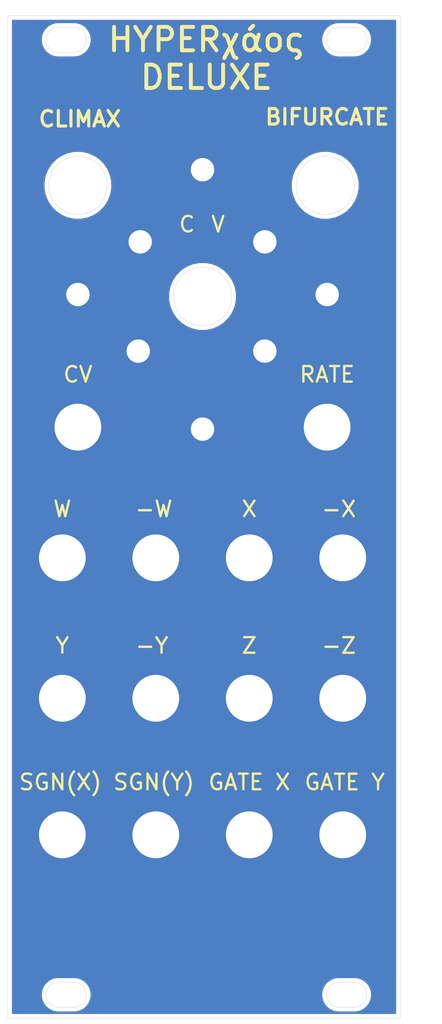
<source format=kicad_pcb>
(kicad_pcb (version 20171130) (host pcbnew "(5.1.5-0)")

  (general
    (thickness 1.6)
    (drawings 79)
    (tracks 0)
    (zones 0)
    (modules 23)
    (nets 2)
  )

  (page A4)
  (layers
    (0 F.Cu signal)
    (31 B.Cu signal)
    (32 B.Adhes user)
    (33 F.Adhes user)
    (34 B.Paste user)
    (35 F.Paste user)
    (36 B.SilkS user)
    (37 F.SilkS user)
    (38 B.Mask user)
    (39 F.Mask user)
    (40 Dwgs.User user)
    (41 Cmts.User user)
    (42 Eco1.User user)
    (43 Eco2.User user)
    (44 Edge.Cuts user)
    (45 Margin user)
    (46 B.CrtYd user)
    (47 F.CrtYd user)
    (48 B.Fab user)
    (49 F.Fab user)
  )

  (setup
    (last_trace_width 0.25)
    (trace_clearance 0.2)
    (zone_clearance 0.508)
    (zone_45_only no)
    (trace_min 0.2)
    (via_size 0.8)
    (via_drill 0.4)
    (via_min_size 0.4)
    (via_min_drill 0.3)
    (uvia_size 0.3)
    (uvia_drill 0.1)
    (uvias_allowed no)
    (uvia_min_size 0.2)
    (uvia_min_drill 0.1)
    (edge_width 0.05)
    (segment_width 0.2)
    (pcb_text_width 0.3)
    (pcb_text_size 1.5 1.5)
    (mod_edge_width 0.12)
    (mod_text_size 1 1)
    (mod_text_width 0.15)
    (pad_size 1.524 1.524)
    (pad_drill 0.762)
    (pad_to_mask_clearance 0.051)
    (solder_mask_min_width 0.25)
    (aux_axis_origin 0 0)
    (visible_elements FFFFFF7F)
    (pcbplotparams
      (layerselection 0x010fc_ffffffff)
      (usegerberextensions false)
      (usegerberattributes false)
      (usegerberadvancedattributes false)
      (creategerberjobfile false)
      (excludeedgelayer true)
      (linewidth 0.100000)
      (plotframeref false)
      (viasonmask false)
      (mode 1)
      (useauxorigin false)
      (hpglpennumber 1)
      (hpglpenspeed 20)
      (hpglpendiameter 15.000000)
      (psnegative false)
      (psa4output false)
      (plotreference true)
      (plotvalue true)
      (plotinvisibletext false)
      (padsonsilk false)
      (subtractmaskfromsilk false)
      (outputformat 1)
      (mirror false)
      (drillshape 0)
      (scaleselection 1)
      (outputdirectory "Gerbs/"))
  )

  (net 0 "")
  (net 1 GND)

  (net_class Default "This is the default net class."
    (clearance 0.2)
    (trace_width 0.25)
    (via_dia 0.8)
    (via_drill 0.4)
    (uvia_dia 0.3)
    (uvia_drill 0.1)
    (add_net GND)
  )

  (module "custom footprints:potleaf_small_copper" (layer F.Cu) (tedit 5FFE8352) (tstamp 5FFF6929)
    (at 25.25 373.5)
    (fp_text reference REF** (at -0.2032 2.6797) (layer F.SilkS) hide
      (effects (font (size 1 1) (thickness 0.15)))
    )
    (fp_text value potleaf_small_copper (at -0.0127 -7.5819) (layer F.Fab)
      (effects (font (size 1 1) (thickness 0.15)))
    )
    (fp_poly (pts (xy -3.4036 -3.9751) (xy -3.0861 -3.7338) (xy -2.52095 -3.4163) (xy -1.92405 -2.9845)
      (xy -1.5494 -2.6035) (xy -1.14935 -2.03835) (xy -0.55245 -0.85725) (xy -0.254 -0.2921)
      (xy -0.2413 -0.2794) (xy -0.5715 -0.254) (xy -0.6731 -0.3048) (xy -1.0287 -0.55245)
      (xy -1.4351 -0.92075) (xy -1.7653 -1.27) (xy -2.1209 -1.7018) (xy -2.4003 -2.1209)
      (xy -2.5908 -2.3749) (xy -2.8448 -2.8321) (xy -3.0988 -3.2004) (xy -3.3401 -3.6195)
      (xy -3.6195 -4.1783)) (layer F.Cu) (width 0.1))
    (fp_poly (pts (xy -1.997075 -0.796925) (xy -1.660525 -0.701675) (xy -1.397 -0.6096) (xy -0.6985 -0.2032)
      (xy -0.66802 -0.17526) (xy -0.6604 -0.1905) (xy -0.6604 -0.1778) (xy -0.66802 -0.17526)
      (xy -0.7493 -0.0127) (xy -0.3556 0.127) (xy -0.56515 0.1524) (xy -0.95885 0.1778)
      (xy -1.4351 0.1778) (xy -1.8796 0.1143) (xy -2.3622 0) (xy -2.7559 -0.1143)
      (xy -3.1623 -0.3429) (xy -3.4798 -0.5715) (xy -3.8862 -0.6985) (xy -3.2385 -0.7493)
      (xy -2.7051 -0.7874) (xy -2.24155 -0.79375)) (layer F.Cu) (width 0.1))
    (fp_poly (pts (xy -0.13335 0.2667) (xy -0.50165 0.6985) (xy -0.9398 0.97155) (xy -1.3208 1.11125)
      (xy -2.0701 1.27635) (xy -1.5875 0.7493) (xy -1.1938 0.4826) (xy -0.8255 0.2794)
      (xy -0.3556 0.2032) (xy -0.3302 0.2032)) (layer F.Cu) (width 0.1))
    (fp_poly (pts (xy 0 -0.2159) (xy -0.211138 -0.022225) (xy 0.007937 0.073025) (xy 0.758825 0.61595)
      (xy 0.57785 0.7112) (xy 0 0.254) (xy 0.0127 1.3462) (xy -0.1016 1.2065)
      (xy -0.10795 0.3175) (xy -0.0635 0.3175) (xy -0.4445 0.1016) (xy -0.73025 -0.0508)
      (xy -0.56515 -0.3302)) (layer F.Cu) (width 0.1))
    (fp_poly (pts (xy 0.64135 0.2413) (xy 1.1938 0.5207) (xy 1.520825 0.847725) (xy 1.655763 1.077913)
      (xy 1.887538 1.347788) (xy 1.58115 1.26365) (xy 1.32715 1.18745) (xy 1.14935 1.12395)
      (xy 0.7747 0.9906) (xy 0.415925 0.796925) (xy 0.155575 0.511175) (xy 0.03175 0.34925)
      (xy 0.09525 0.38735) (xy 0.06985 0.32385) (xy 0.13335 0.1524)) (layer F.Cu) (width 0.1))
    (fp_poly (pts (xy 3.0734 -0.762) (xy 3.5052 -0.7366) (xy 4.083207 -0.726057) (xy 3.4036 -0.5715)
      (xy 2.9718 -0.381) (xy 2.6289 -0.1651) (xy 2.2098 0) (xy 1.6764 0.0889)
      (xy 1.2319 0.1143) (xy 0.65405 0.09525) (xy 0.0762 0.0762) (xy 0.0127 0)
      (xy 0.2286 -0.0635) (xy 0.235585 -0.1143) (xy 0.551815 -0.2413) (xy 1.08585 -0.4699)
      (xy 1.6383 -0.6731) (xy 2.032 -0.7874) (xy 2.4765 -0.7874)) (layer F.Cu) (width 0.1))
    (fp_poly (pts (xy 3.0607 -3.4163) (xy 2.8194 -2.921) (xy 2.6162 -2.4638) (xy 2.35585 -1.9431)
      (xy 2.0828 -1.5875) (xy 1.77165 -1.17475) (xy 1.30175 -0.78105) (xy 0.8001 -0.4445)
      (xy -0.3048 0.1524) (xy -0.2794 -0.1778) (xy 0.0254 -0.2286) (xy 0.27305 -0.66675)
      (xy 0.48895 -1.1303) (xy 0.65405 -1.4605) (xy 0.8382 -1.7526) (xy 1.0033 -2.0701)
      (xy 1.2827 -2.4257) (xy 1.5621 -2.7432) (xy 1.8923 -3.0353) (xy 2.2352 -3.2639)
      (xy 2.6162 -3.5179) (xy 3.0099 -3.7846) (xy 3.5433 -4.1783)) (layer F.Cu) (width 0.1))
    (fp_poly (pts (xy 0.2159 -5.5499) (xy 0.3175 -5.0673) (xy 0.4318 -4.6101) (xy 0.51435 -4.2799)
      (xy 0.57785 -3.8989) (xy 0.6223 -3.3782) (xy 0.6223 -2.8448) (xy 0.5715 -2.2606)
      (xy 0.508 -1.7399) (xy 0.365125 -1.2446) (xy 0.066675 -0.2286) (xy -0.14605 -0.2794)
      (xy -0.381 -1.1938) (xy -0.554038 -2.0574) (xy -0.538163 -2.8448) (xy -0.485775 -3.5052)
      (xy -0.32385 -4.2799) (xy -0.0889 -5.0927) (xy 0.0381 -5.8674) (xy 0.1016 -6.3881)) (layer F.Cu) (width 0.1))
    (fp_poly (pts (xy 0.6604 0.24765) (xy 1.21285 0.52705) (xy 1.539875 0.854075) (xy 1.674813 1.084263)
      (xy 1.906588 1.354138) (xy 1.6002 1.27) (xy 1.3462 1.1938) (xy 1.1684 1.1303)
      (xy 0.79375 0.99695) (xy 0.434975 0.803275) (xy 0.174625 0.517525) (xy 0.0508 0.3556)
      (xy 0.1143 0.3937) (xy 0.0889 0.3302) (xy 0.1524 0.15875)) (layer F.Mask) (width 0.1))
    (fp_poly (pts (xy -0.13335 0.2667) (xy -0.50165 0.6985) (xy -0.9398 0.97155) (xy -1.3208 1.11125)
      (xy -2.0701 1.27635) (xy -1.5875 0.7493) (xy -1.1938 0.4826) (xy -0.8255 0.2794)
      (xy -0.3556 0.2032) (xy -0.3302 0.2032)) (layer F.Mask) (width 0.1))
    (fp_poly (pts (xy 3.0734 -0.762) (xy 3.5052 -0.7366) (xy 4.083207 -0.726057) (xy 3.4036 -0.5715)
      (xy 2.9718 -0.381) (xy 2.6289 -0.1651) (xy 2.2098 0) (xy 1.6764 0.0889)
      (xy 1.2319 0.1143) (xy 0.65405 0.09525) (xy 0.0762 0.0762) (xy 0.0127 0)
      (xy 0.2286 -0.0635) (xy 0.235585 -0.1143) (xy 0.551815 -0.2413) (xy 1.08585 -0.4699)
      (xy 1.6383 -0.6731) (xy 2.032 -0.7874) (xy 2.4765 -0.7874)) (layer F.Mask) (width 0.1))
    (fp_poly (pts (xy 3.0607 -3.4163) (xy 2.8194 -2.921) (xy 2.6162 -2.4638) (xy 2.35585 -1.9431)
      (xy 2.0828 -1.5875) (xy 1.77165 -1.17475) (xy 1.30175 -0.78105) (xy 0.8001 -0.4445)
      (xy -0.3048 0.1524) (xy -0.2794 -0.1778) (xy 0.0254 -0.2286) (xy 0.27305 -0.66675)
      (xy 0.48895 -1.1303) (xy 0.65405 -1.4605) (xy 0.8382 -1.7526) (xy 1.0033 -2.0701)
      (xy 1.2827 -2.4257) (xy 1.5621 -2.7432) (xy 1.8923 -3.0353) (xy 2.2352 -3.2639)
      (xy 2.6162 -3.5179) (xy 3.0099 -3.7846) (xy 3.5433 -4.1783)) (layer F.Mask) (width 0.1))
    (fp_poly (pts (xy 0.2159 -5.5499) (xy 0.3175 -5.0673) (xy 0.4318 -4.6101) (xy 0.51435 -4.2799)
      (xy 0.57785 -3.8989) (xy 0.6223 -3.3782) (xy 0.6223 -2.8448) (xy 0.5715 -2.2606)
      (xy 0.508 -1.7399) (xy 0.365125 -1.2446) (xy 0.066675 -0.2286) (xy -0.14605 -0.2794)
      (xy -0.381 -1.1938) (xy -0.554038 -2.0574) (xy -0.538163 -2.8448) (xy -0.485775 -3.5052)
      (xy -0.32385 -4.2799) (xy -0.0889 -5.0927) (xy 0.0381 -5.8674) (xy 0.1016 -6.3881)) (layer F.Mask) (width 0.1))
    (fp_poly (pts (xy -3.4036 -3.9751) (xy -3.0861 -3.7338) (xy -2.52095 -3.4163) (xy -1.92405 -2.9845)
      (xy -1.5494 -2.6035) (xy -1.14935 -2.03835) (xy -0.55245 -0.85725) (xy -0.254 -0.2921)
      (xy -0.2413 -0.2794) (xy -0.5715 -0.254) (xy -0.6731 -0.3048) (xy -1.0287 -0.55245)
      (xy -1.4351 -0.92075) (xy -1.7653 -1.27) (xy -2.1209 -1.7018) (xy -2.4003 -2.1209)
      (xy -2.5908 -2.3749) (xy -2.8448 -2.8321) (xy -3.0988 -3.2004) (xy -3.3401 -3.6195)
      (xy -3.6195 -4.1783)) (layer F.Mask) (width 0.1))
    (fp_poly (pts (xy -1.997075 -0.796925) (xy -1.660525 -0.701675) (xy -1.397 -0.6096) (xy -0.6985 -0.2032)
      (xy -0.66802 -0.17526) (xy -0.6604 -0.1905) (xy -0.6604 -0.1778) (xy -0.66802 -0.17526)
      (xy -0.7493 -0.0127) (xy -0.3556 0.127) (xy -0.56515 0.1524) (xy -0.95885 0.1778)
      (xy -1.4351 0.1778) (xy -1.8796 0.1143) (xy -2.3622 0) (xy -2.7559 -0.1143)
      (xy -3.1623 -0.3429) (xy -3.4798 -0.5715) (xy -3.8862 -0.6985) (xy -3.2385 -0.7493)
      (xy -2.7051 -0.7874) (xy -2.24155 -0.79375)) (layer F.Mask) (width 0.1))
    (fp_poly (pts (xy 0 -0.2159) (xy -0.211138 -0.022225) (xy 0.007937 0.073025) (xy 0.758825 0.61595)
      (xy 0.57785 0.7112) (xy 0 0.254) (xy 0.0127 1.3462) (xy -0.1016 1.2065)
      (xy -0.10795 0.3175) (xy -0.0635 0.3175) (xy -0.4445 0.1016) (xy -0.73025 -0.0508)
      (xy -0.56515 -0.3302)) (layer F.Mask) (width 0.1))
    (fp_line (start -0.520414 -1.903032) (end -0.513586 -1.836596) (layer F.Mask) (width 0.000002))
    (fp_arc (start -3.930539 -0.713682) (end -3.937255 -0.719526) (angle -33.85090818) (layer F.Mask) (width 0.000002))
    (fp_arc (start -3.930294 -0.713469) (end -3.93283 -0.722341) (angle -33.02354606) (layer F.Mask) (width 0.000002))
    (fp_arc (start -3.911527 -0.647807) (end -3.923728 -0.724359) (angle -6.894497836) (layer F.Mask) (width 0.000002))
    (fp_line (start -3.880824 -0.730072) (end -3.923728 -0.724359) (layer F.Mask) (width 0.000002))
    (fp_line (start -3.824618 -0.735421) (end -3.880824 -0.730072) (layer F.Mask) (width 0.000002))
    (fp_line (start -3.750477 -0.740941) (end -3.824618 -0.735421) (layer F.Mask) (width 0.000002))
    (fp_line (start -3.64919 -0.747227) (end -3.750477 -0.740941) (layer F.Mask) (width 0.000002))
    (fp_line (start -3.53575 -0.754465) (end -3.64919 -0.747227) (layer F.Mask) (width 0.000002))
    (fp_line (start -3.444841 -0.761671) (end -3.53575 -0.754465) (layer F.Mask) (width 0.000002))
    (fp_line (start -3.364054 -0.769858) (end -3.444841 -0.761671) (layer F.Mask) (width 0.000002))
    (fp_line (start -3.282478 -0.780033) (end -3.364054 -0.769858) (layer F.Mask) (width 0.000002))
    (fp_line (start -3.204412 -0.789237) (end -3.282478 -0.780033) (layer F.Mask) (width 0.000002))
    (fp_line (start -3.105452 -0.79819) (end -3.204412 -0.789237) (layer F.Mask) (width 0.000002))
    (fp_line (start -2.997269 -0.806051) (end -3.105452 -0.79819) (layer F.Mask) (width 0.000002))
    (fp_line (start -2.889978 -0.811961) (end -2.997269 -0.806051) (layer F.Mask) (width 0.000002))
    (fp_line (start -2.841107 -0.814217) (end -2.889978 -0.811961) (layer F.Mask) (width 0.000002))
    (fp_line (start -2.771916 -0.817408) (end -2.841107 -0.814217) (layer F.Mask) (width 0.000002))
    (fp_line (start -2.696254 -0.820896) (end -2.771916 -0.817408) (layer F.Mask) (width 0.000002))
    (fp_line (start -2.624978 -0.824179) (end -2.696254 -0.820896) (layer F.Mask) (width 0.000002))
    (fp_line (start -2.457108 -0.831157) (end -2.624978 -0.824179) (layer F.Mask) (width 0.000002))
    (fp_line (start -2.282247 -0.836948) (end -2.457108 -0.831157) (layer F.Mask) (width 0.000002))
    (fp_line (start -2.108676 -0.841931) (end -2.282247 -0.836948) (layer F.Mask) (width 0.000002))
    (fp_arc (start -2.108214 -0.825567) (end -2.099607 -0.839493) (angle -33.33682641) (layer F.Mask) (width 0.000002))
    (fp_arc (start -2.094902 -0.847105) (end -2.099607 -0.839493) (angle -23.95733018) (layer F.Mask) (width 0.000002))
    (fp_line (start -2.080612 -0.836225) (end -2.096111 -0.838238) (layer F.Mask) (width 0.000002))
    (fp_line (start -2.062229 -0.834181) (end -2.080612 -0.836225) (layer F.Mask) (width 0.000002))
    (fp_line (start -2.041285 -0.832287) (end -2.062229 -0.834181) (layer F.Mask) (width 0.000002))
    (fp_line (start -0.529946 -2.012519) (end -0.527351 -1.982876) (layer F.Mask) (width 0.000002))
    (fp_line (start 0.612378 0.147086) (end 0.657522 0.150622) (layer F.Mask) (width 0.000002))
    (fp_line (start 0.563537 0.143388) (end 0.612378 0.147086) (layer F.Mask) (width 0.000002))
    (fp_line (start 0.518194 0.140058) (end 0.563537 0.143388) (layer F.Mask) (width 0.000002))
    (fp_line (start 0.485022 0.137755) (end 0.518194 0.140058) (layer F.Mask) (width 0.000002))
    (fp_line (start 0.453615 0.135486) (end 0.485022 0.137755) (layer F.Mask) (width 0.000002))
    (fp_line (start 0.414584 0.132326) (end 0.453615 0.135486) (layer F.Mask) (width 0.000002))
    (fp_line (start 0.374606 0.128849) (end 0.414584 0.132326) (layer F.Mask) (width 0.000002))
    (fp_line (start 0.340022 0.125579) (end 0.374606 0.128849) (layer F.Mask) (width 0.000002))
    (fp_line (start 0.278512 0.120402) (end 0.340022 0.125579) (layer F.Mask) (width 0.000002))
    (fp_line (start 0.226901 0.118134) (end 0.278512 0.120402) (layer F.Mask) (width 0.000002))
    (fp_line (start -1.168636 -2.119335) (end -1.297416 -2.326949) (layer F.Mask) (width 0.000002))
    (fp_line (start -1.039877 -1.889723) (end -1.168636 -2.119335) (layer F.Mask) (width 0.000002))
    (fp_line (start 0.263811 0.144985) (end 0.225611 0.137712) (layer F.Mask) (width 0.000002))
    (fp_line (start 0.30182 0.151668) (end 0.263811 0.144985) (layer F.Mask) (width 0.000002))
    (fp_line (start 0.327522 0.155429) (end 0.30182 0.151668) (layer F.Mask) (width 0.000002))
    (fp_arc (start 0.23095 0.933381) (end 0.41585 0.171576) (angle -6.566361639) (layer F.Mask) (width 0.000002))
    (fp_line (start 0.542223 0.20486) (end 0.41585 0.171576) (layer F.Mask) (width 0.000002))
    (fp_line (start 0.68155 0.247366) (end 0.542223 0.20486) (layer F.Mask) (width 0.000002))
    (fp_line (start 0.815022 0.294009) (end 0.68155 0.247366) (layer F.Mask) (width 0.000002))
    (fp_line (start 0.858649 0.311046) (end 0.815022 0.294009) (layer F.Mask) (width 0.000002))
    (fp_line (start 0.904637 0.330487) (end 0.858649 0.311046) (layer F.Mask) (width 0.000002))
    (fp_line (start 0.952079 0.35193) (end 0.904637 0.330487) (layer F.Mask) (width 0.000002))
    (fp_line (start 1.000085 0.374987) (end 0.952079 0.35193) (layer F.Mask) (width 0.000002))
    (fp_arc (start 0.36098 1.668146) (end 1.152408 0.462179) (angle -6.975783365) (layer F.Mask) (width 0.000002))
    (fp_line (start -0.399919 -1.15274) (end -0.397902 -1.142472) (layer F.Mask) (width 0.000002))
    (fp_arc (start 2.617018 -2.484701) (end 2.619743 -2.483438) (angle -24.86823066) (layer F.Mask) (width 0.000002))
    (fp_line (start 2.611209 -2.465048) (end 2.619743 -2.483438) (layer F.Mask) (width 0.000002))
    (fp_line (start 2.601523 -2.444368) (end 2.611209 -2.465048) (layer F.Mask) (width 0.000002))
    (fp_line (start 2.590022 -2.42013) (end 2.601523 -2.444368) (layer F.Mask) (width 0.000002))
    (fp_line (start 2.578521 -2.395854) (end 2.590022 -2.42013) (layer F.Mask) (width 0.000002))
    (fp_line (start 2.568834 -2.375049) (end 2.578521 -2.395854) (layer F.Mask) (width 0.000002))
    (fp_line (start 2.560385 -2.356671) (end 2.568834 -2.375049) (layer F.Mask) (width 0.000002))
    (fp_arc (start 2.564016 -2.355005) (end 2.560385 -2.356671) (angle -24.6439765) (layer F.Mask) (width 0.000002))
    (fp_arc (start 2.552181 -2.355005) (end 2.559292 -2.351703) (angle -24.90854605) (layer F.Mask) (width 0.000002))
    (fp_line (start 2.520677 -2.268579) (end 2.559292 -2.351703) (layer F.Mask) (width 0.000002))
    (fp_line (start 2.477758 -2.176661) (end 2.520677 -2.268579) (layer F.Mask) (width 0.000002))
    (fp_line (start 2.427442 -2.069723) (end 2.477758 -2.176661) (layer F.Mask) (width 0.000002))
    (fp_line (start 2.404537 -2.021826) (end 2.427442 -2.069723) (layer F.Mask) (width 0.000002))
    (fp_line (start 2.376801 -1.96502) (end 2.404537 -2.021826) (layer F.Mask) (width 0.000002))
    (fp_line (start 2.34773 -1.906002) (end 2.376801 -1.96502) (layer F.Mask) (width 0.000002))
    (fp_arc (start 2.33493 -1.912314) (end 2.345022 -1.902223) (angle -18.75265696) (layer F.Mask) (width 0.000002))
    (fp_arc (start 2.351739 -1.895505) (end 2.345022 -1.902223) (angle -14.08958954) (layer F.Mask) (width 0.000002))
    (fp_line (start 2.340177 -1.894582) (end 2.343588 -1.900385) (layer F.Mask) (width 0.000002))
    (fp_line (start 2.336238 -1.887565) (end 2.340177 -1.894582) (layer F.Mask) (width 0.000002))
    (fp_line (start 2.332041 -1.879723) (end 2.336238 -1.887565) (layer F.Mask) (width 0.000002))
    (fp_line (start 2.323008 -1.862884) (end 2.332041 -1.879723) (layer F.Mask) (width 0.000002))
    (fp_line (start 2.312309 -1.843691) (end 2.323008 -1.862884) (layer F.Mask) (width 0.000002))
    (fp_line (start 2.301117 -1.824201) (end 2.312309 -1.843691) (layer F.Mask) (width 0.000002))
    (fp_line (start 2.290563 -1.806424) (end 2.301117 -1.824201) (layer F.Mask) (width 0.000002))
    (fp_line (start 2.286359 -1.799399) (end 2.290563 -1.806424) (layer F.Mask) (width 0.000002))
    (fp_line (start 2.279895 -1.788454) (end 2.286359 -1.799399) (layer F.Mask) (width 0.000002))
    (fp_line (start 2.27263 -1.776079) (end 2.279895 -1.788454) (layer F.Mask) (width 0.000002))
    (fp_line (start 2.265538 -1.763924) (end 2.27263 -1.776079) (layer F.Mask) (width 0.000002))
    (fp_arc (start 0.671422 -2.691036) (end 2.176513 -1.625463) (angle -5.11612147) (layer F.Mask) (width 0.000002))
    (fp_line (start 2.060765 -1.471284) (end 2.176513 -1.625463) (layer F.Mask) (width 0.000002))
    (fp_line (start 1.929379 -1.314885) (end 2.060765 -1.471284) (layer F.Mask) (width 0.000002))
    (fp_line (start 1.792561 -1.169233) (end 1.929379 -1.314885) (layer F.Mask) (width 0.000002))
    (fp_arc (start -1.200185 -4.146252) (end 1.512462 -0.911949) (angle -5.163996652) (layer F.Mask) (width 0.000002))
    (fp_line (start 1.202444 -0.673055) (end 1.512462 -0.911949) (layer F.Mask) (width 0.000002))
    (fp_line (start 0.84653 -0.441132) (end 1.202444 -0.673055) (layer F.Mask) (width 0.000002))
    (fp_line (start 0.427522 -0.204616) (end 0.84653 -0.441132) (layer F.Mask) (width 0.000002))
    (fp_line (start 0.40721 -0.193794) (end 0.427522 -0.204616) (layer F.Mask) (width 0.000002))
    (fp_line (start 0.383256 -0.180951) (end 0.40721 -0.193794) (layer F.Mask) (width 0.000002))
    (fp_line (start 0.359541 -0.168175) (end 0.383256 -0.180951) (layer F.Mask) (width 0.000002))
    (fp_line (start 0.340022 -0.157589) (end 0.359541 -0.168175) (layer F.Mask) (width 0.000002))
    (fp_line (start 0.322766 -0.148231) (end 0.340022 -0.157589) (layer F.Mask) (width 0.000002))
    (fp_line (start 0.306062 -0.139251) (end 0.322766 -0.148231) (layer F.Mask) (width 0.000002))
    (fp_line (start 0.291782 -0.131641) (end 0.306062 -0.139251) (layer F.Mask) (width 0.000002))
    (fp_line (start 0.284097 -0.127663) (end 0.291782 -0.131641) (layer F.Mask) (width 0.000002))
    (fp_arc (start 0.341016 -0.014986) (end 0.284097 -0.127663) (angle -8.622610983) (layer F.Mask) (width 0.000002))
    (fp_arc (start 0.376544 0.034965) (end 0.267847 -0.117855) (angle -6.409496987) (layer F.Mask) (width 0.000002))
    (fp_arc (start 0.38397 0.04326) (end 0.251467 -0.104766) (angle -5.405656274) (layer F.Mask) (width 0.000002))
    (fp_arc (start 0.246645 -0.083733) (end 0.238111 -0.091625) (angle -42.76172539) (layer F.Mask) (width 0.000002))
    (fp_arc (start 0.24272 -0.083733) (end 0.235022 -0.083733) (angle -27.15666233) (layer F.Mask) (width 0.000002))
    (fp_arc (start 0.239402 -0.082031) (end 0.23587 -0.08022) (angle -44.53588418) (layer F.Mask) (width 0.000002))
    (fp_arc (start 0.241353 -0.087929) (end 0.238155 -0.078263) (angle -24.19419325) (layer F.Mask) (width 0.000002))
    (fp_arc (start 0.234457 -0.154816) (end 0.242398 -0.077801) (angle -5.423293526) (layer F.Mask) (width 0.000002))
    (fp_arc (start 0.231204 -0.171082) (end 0.249641 -0.078896) (angle -11.83022724) (layer F.Mask) (width 0.000002))
    (fp_line (start 0.328992 -0.110977) (end 0.268149 -0.084634) (layer F.Mask) (width 0.000002))
    (fp_line (start 0.396972 -0.141472) (end 0.328992 -0.110977) (layer F.Mask) (width 0.000002))
    (fp_line (start 0.465022 -0.173357) (end 0.396972 -0.141472) (layer F.Mask) (width 0.000002))
    (fp_line (start 0.488044 -0.184344) (end 0.465022 -0.173357) (layer F.Mask) (width 0.000002))
    (fp_line (start 0.51385 -0.1966) (end 0.488044 -0.184344) (layer F.Mask) (width 0.000002))
    (fp_line (start 0.538478 -0.20825) (end 0.51385 -0.1966) (layer F.Mask) (width 0.000002))
    (fp_line (start 0.557522 -0.217202) (end 0.538478 -0.20825) (layer F.Mask) (width 0.000002))
    (fp_line (start 0.577497 -0.226607) (end 0.557522 -0.217202) (layer F.Mask) (width 0.000002))
    (fp_line (start 0.6056 -0.239946) (end 0.577497 -0.226607) (layer F.Mask) (width 0.000002))
    (fp_line (start 0.636247 -0.254556) (end 0.6056 -0.239946) (layer F.Mask) (width 0.000002))
    (fp_line (start 0.665022 -0.268339) (end 0.636247 -0.254556) (layer F.Mask) (width 0.000002))
    (fp_line (start 0.719936 -0.294639) (end 0.665022 -0.268339) (layer F.Mask) (width 0.000002))
    (fp_line (start 0.761702 -0.314465) (end 0.719936 -0.294639) (layer F.Mask) (width 0.000002))
    (fp_line (start 0.796707 -0.330852) (end 0.761702 -0.314465) (layer F.Mask) (width 0.000002))
    (fp_line (start 0.830022 -0.346184) (end 0.796707 -0.330852) (layer F.Mask) (width 0.000002))
    (fp_line (start 0.865354 -0.362426) (end 0.830022 -0.346184) (layer F.Mask) (width 0.000002))
    (fp_line (start 0.931774 -0.393251) (end 0.865354 -0.362426) (layer F.Mask) (width 0.000002))
    (fp_line (start 0.999694 -0.424868) (end 0.931774 -0.393251) (layer F.Mask) (width 0.000002))
    (fp_line (start 1.047522 -0.447267) (end 0.999694 -0.424868) (layer F.Mask) (width 0.000002))
    (fp_line (start 1.194502 -0.515343) (end 1.047522 -0.447267) (layer F.Mask) (width 0.000002))
    (fp_line (start 1.345333 -0.583097) (end 1.194502 -0.515343) (layer F.Mask) (width 0.000002))
    (fp_line (start 1.483653 -0.643342) (end 1.345333 -0.583097) (layer F.Mask) (width 0.000002))
    (fp_line (start 1.590022 -0.68732) (end 1.483653 -0.643342) (layer F.Mask) (width 0.000002))
    (fp_line (start 1.643337 -0.708389) (end 1.590022 -0.68732) (layer F.Mask) (width 0.000002))
    (fp_line (start 1.678135 -0.721641) (end 1.643337 -0.708389) (layer F.Mask) (width 0.000002))
    (fp_line (start 1.707932 -0.732231) (end 1.678135 -0.721641) (layer F.Mask) (width 0.000002))
    (fp_line (start 1.742522 -0.743711) (end 1.707932 -0.732231) (layer F.Mask) (width 0.000002))
    (fp_line (start 1.80162 -0.761533) (end 1.742522 -0.743711) (layer F.Mask) (width 0.000002))
    (fp_line (start 1.863071 -0.777616) (end 1.80162 -0.761533) (layer F.Mask) (width 0.000002))
    (fp_line (start 1.924574 -0.791403) (end 1.863071 -0.777616) (layer F.Mask) (width 0.000002))
    (fp_line (start 1.983822 -0.802331) (end 1.924574 -0.791403) (layer F.Mask) (width 0.000002))
    (fp_line (start 2.025789 -0.808218) (end 1.983822 -0.802331) (layer F.Mask) (width 0.000002))
    (fp_line (start 2.061324 -0.811025) (end 2.025789 -0.808218) (layer F.Mask) (width 0.000002))
    (fp_line (start 2.105896 -0.811739) (end 2.061324 -0.811025) (layer F.Mask) (width 0.000002))
    (fp_line (start 2.186322 -0.81063) (end 2.105896 -0.811739) (layer F.Mask) (width 0.000002))
    (fp_line (start 2.243234 -0.809265) (end 2.186322 -0.81063) (layer F.Mask) (width 0.000002))
    (fp_line (start 2.301607 -0.807263) (end 2.243234 -0.809265) (layer F.Mask) (width 0.000002))
    (fp_line (start 2.353546 -0.804968) (end 2.301607 -0.807263) (layer F.Mask) (width 0.000002))
    (fp_line (start 2.387522 -0.802733) (end 2.353546 -0.804968) (layer F.Mask) (width 0.000002))
    (fp_line (start 2.418287 -0.800298) (end 2.387522 -0.802733) (layer F.Mask) (width 0.000002))
    (fp_line (start 2.457662 -0.797373) (end 2.418287 -0.800298) (layer F.Mask) (width 0.000002))
    (fp_line (start 2.498691 -0.794455) (end 2.457662 -0.797373) (layer F.Mask) (width 0.000002))
    (fp_line (start 2.535022 -0.79201) (end 2.498691 -0.794455) (layer F.Mask) (width 0.000002))
    (fp_line (start 2.572057 -0.789582) (end 2.535022 -0.79201) (layer F.Mask) (width 0.000002))
    (fp_line (start 2.615318 -0.786707) (end 2.572057 -0.789582) (layer F.Mask) (width 0.000002))
    (fp_line (start 2.657867 -0.78385) (end 2.615318 -0.786707) (layer F.Mask) (width 0.000002))
    (fp_line (start 2.692522 -0.78149) (end 2.657867 -0.78385) (layer F.Mask) (width 0.000002))
    (fp_line (start 2.745145 -0.77932) (end 2.692522 -0.78149) (layer F.Mask) (width 0.000002))
    (fp_line (start 2.937897 -0.77687) (end 2.745145 -0.77932) (layer F.Mask) (width 0.000002))
    (fp_line (start 3.166132 -0.774654) (end 2.937897 -0.77687) (layer F.Mask) (width 0.000002))
    (fp_line (start 3.422522 -0.773003) (end 3.166132 -0.774654) (layer F.Mask) (width 0.000002))
    (fp_line (start 3.760194 -0.771026) (end 3.422522 -0.773003) (layer F.Mask) (width 0.000002))
    (fp_line (start 3.946598 -0.769047) (end 3.760194 -0.771026) (layer F.Mask) (width 0.000002))
    (fp_line (start 4.075267 -0.766972) (end 3.946598 -0.769047) (layer F.Mask) (width 0.000002))
    (fp_arc (start 4.074767 -0.738654) (end 4.088772 -0.763271) (angle -28.62507096) (layer F.Mask) (width 0.000002))
    (fp_arc (start 4.075727 -0.740343) (end 4.097766 -0.75484) (angle -27.02694093) (layer F.Mask) (width 0.000002))
    (fp_arc (start 4.085485 -0.746761) (end 4.100023 -0.744588) (angle -41.83999439) (layer F.Mask) (width 0.000002))
    (fp_arc (start 4.081803 -0.747312) (end 4.094871 -0.734326) (angle -36.31462598) (layer F.Mask) (width 0.000002))
    (fp_arc (start 4.065208 -0.763801) (end 4.083207 -0.726057) (angle -19.68685136) (layer F.Mask) (width 0.000002))
    (fp_arc (start 4.019585 -0.859474) (end 4.065174 -0.718869) (angle -7.530537781) (layer F.Mask) (width 0.000002))
    (fp_line (start 4.000776 -0.698195) (end 4.065174 -0.718869) (layer F.Mask) (width 0.000002))
    (fp_line (start 3.938093 -0.678608) (end 4.000776 -0.698195) (layer F.Mask) (width 0.000002))
    (fp_line (start 3.902522 -0.668623) (end 3.938093 -0.678608) (layer F.Mask) (width 0.000002))
    (fp_line (start 3.773171 -0.631831) (end 3.902522 -0.668623) (layer F.Mask) (width 0.000002))
    (fp_line (start 3.598786 -0.574797) (end 3.773171 -0.631831) (layer F.Mask) (width 0.000002))
    (fp_line (start 3.419767 -0.511749) (end 3.598786 -0.574797) (layer F.Mask) (width 0.000002))
    (fp_line (start 3.272522 -0.454726) (end 3.419767 -0.511749) (layer F.Mask) (width 0.000002))
    (fp_line (start 3.149199 -0.401922) (end 3.272522 -0.454726) (layer F.Mask) (width 0.000002))
    (fp_line (start 3.003927 -0.335409) (end 3.149199 -0.401922) (layer F.Mask) (width 0.000002))
    (fp_line (start 2.8626 -0.26751) (end 3.003927 -0.335409) (layer F.Mask) (width 0.000002))
    (fp_line (start 2.752522 -0.210801) (end 2.8626 -0.26751) (layer F.Mask) (width 0.000002))
    (fp_line (start 2.618504 -0.139567) (end 2.752522 -0.210801) (layer F.Mask) (width 0.000002))
    (fp_line (start 2.53344 -0.097304) (end 2.618504 -0.139567) (layer F.Mask) (width 0.000002))
    (fp_line (start 2.458987 -0.064869) (end 2.53344 -0.097304) (layer F.Mask) (width 0.000002))
    (fp_line (start 2.367522 -0.029822) (end 2.458987 -0.064869) (layer F.Mask) (width 0.000002))
    (fp_line (start 2.292423 -0.002693) (end 2.367522 -0.029822) (layer F.Mask) (width 0.000002))
    (fp_line (start 2.252851 0.010723) (end 2.292423 -0.002693) (layer F.Mask) (width 0.000002))
    (fp_line (start 2.2134 0.022598) (end 2.252851 0.010723) (layer F.Mask) (width 0.000002))
    (fp_line (start 2.140022 0.043034) (end 2.2134 0.022598) (layer F.Mask) (width 0.000002))
    (fp_line (start 2.020804 0.072545) (end 2.140022 0.043034) (layer F.Mask) (width 0.000002))
    (fp_line (start 1.88362 0.100279) (end 2.020804 0.072545) (layer F.Mask) (width 0.000002))
    (fp_line (start 1.745884 0.123156) (end 1.88362 0.100279) (layer F.Mask) (width 0.000002))
    (fp_line (start 1.625022 0.137838) (end 1.745884 0.123156) (layer F.Mask) (width 0.000002))
    (fp_line (start 1.601013 0.140138) (end 1.625022 0.137838) (layer F.Mask) (width 0.000002))
    (fp_line (start 1.566506 0.143487) (end 1.601013 0.140138) (layer F.Mask) (width 0.000002))
    (fp_line (start 1.528547 0.147195) (end 1.566506 0.143487) (layer F.Mask) (width 0.000002))
    (fp_line (start 1.492522 0.150739) (end 1.528547 0.147195) (layer F.Mask) (width 0.000002))
    (fp_line (start 1.358935 0.158145) (end 1.492522 0.150739) (layer F.Mask) (width 0.000002))
    (fp_line (start 1.08619 0.159806) (end 1.358935 0.158145) (layer F.Mask) (width 0.000002))
    (fp_line (start 0.81307 0.157895) (end 1.08619 0.159806) (layer F.Mask) (width 0.000002))
    (fp_line (start 0.657522 0.150622) (end 0.81307 0.157895) (layer F.Mask) (width 0.000002))
    (fp_line (start 0.1847 0.117876) (end 0.226901 0.118134) (layer F.Mask) (width 0.000002))
    (fp_arc (start 0.18473 0.122585) (end 0.1847 0.117876) (angle -89.6287458) (layer F.Mask) (width 0.000002))
    (fp_arc (start 0.182611 0.122585) (end 0.180022 0.122585) (angle -55.50086928) (layer F.Mask) (width 0.000002))
    (fp_arc (start 0.201348 0.095322) (end 0.181144 0.124719) (angle -8.173786249) (layer F.Mask) (width 0.000002))
    (fp_line (start -0.889364 -1.611845) (end -0.905659 -1.641938) (layer F.Mask) (width 0.000002))
    (fp_line (start -0.878779 -1.592223) (end -0.889364 -1.611845) (layer F.Mask) (width 0.000002))
    (fp_line (start 0.511249 -1.216774) (end 0.464982 -1.119723) (layer F.Mask) (width 0.000002))
    (fp_line (start 0.596807 -1.387672) (end 0.511249 -1.216774) (layer F.Mask) (width 0.000002))
    (fp_line (start 0.683548 -1.558364) (end 0.596807 -1.387672) (layer F.Mask) (width 0.000002))
    (fp_line (start 0.724269 -1.633473) (end 0.683548 -1.558364) (layer F.Mask) (width 0.000002))
    (fp_line (start 0.738678 -1.658634) (end 0.724269 -1.633473) (layer F.Mask) (width 0.000002))
    (fp_line (start 0.749929 -1.678364) (end 0.738678 -1.658634) (layer F.Mask) (width 0.000002))
    (fp_line (start 0.759609 -1.695445) (end 0.749929 -1.678364) (layer F.Mask) (width 0.000002))
    (fp_line (start 0.769048 -1.712223) (end 0.759609 -1.695445) (layer F.Mask) (width 0.000002))
    (fp_line (start 0.775983 -1.724376) (end 0.769048 -1.712223) (layer F.Mask) (width 0.000002))
    (fp_line (start 0.78759 -1.744269) (end 0.775983 -1.724376) (layer F.Mask) (width 0.000002))
    (fp_line (start 0.800976 -1.767015) (end 0.78759 -1.744269) (layer F.Mask) (width 0.000002))
    (fp_line (start 0.814458 -1.789723) (end 0.800976 -1.767015) (layer F.Mask) (width 0.000002))
    (fp_line (start 0.827575 -1.811732) (end 0.814458 -1.789723) (layer F.Mask) (width 0.000002))
    (fp_line (start 0.839864 -1.832376) (end 0.827575 -1.811732) (layer F.Mask) (width 0.000002))
    (fp_line (start 0.850197 -1.849757) (end 0.839864 -1.832376) (layer F.Mask) (width 0.000002))
    (fp_line (start 0.854889 -1.857693) (end 0.850197 -1.849757) (layer F.Mask) (width 0.000002))
    (fp_line (start 0.899259 -1.929767) (end 0.854889 -1.857693) (layer F.Mask) (width 0.000002))
    (fp_line (start 0.962393 -2.026163) (end 0.899259 -1.929767) (layer F.Mask) (width 0.000002))
    (fp_line (start 1.029939 -2.125729) (end 0.962393 -2.026163) (layer F.Mask) (width 0.000002))
    (fp_line (start 1.089543 -2.209723) (end 1.029939 -2.125729) (layer F.Mask) (width 0.000002))
    (fp_line (start 1.146819 -2.286359) (end 1.089543 -2.209723) (layer F.Mask) (width 0.000002))
    (fp_line (start 1.217177 -2.376939) (end 1.146819 -2.286359) (layer F.Mask) (width 0.000002))
    (fp_line (start 1.284639 -2.461458) (end 1.217177 -2.376939) (layer F.Mask) (width 0.000002))
    (fp_line (start 1.327847 -2.512223) (end 1.284639 -2.461458) (layer F.Mask) (width 0.000002))
    (fp_line (start 2.635064 -2.518111) (end 2.644416 -2.538042) (layer F.Mask) (width 0.000002))
    (fp_line (start 2.627187 -2.501055) (end 2.635064 -2.518111) (layer F.Mask) (width 0.000002))
    (fp_line (start 2.620294 -2.485956) (end 2.627187 -2.501055) (layer F.Mask) (width 0.000002))
    (fp_arc (start 2.623048 -2.484701) (end 2.620294 -2.485956) (angle -24.50101803) (layer F.Mask) (width 0.000002))
    (fp_line (start -0.924015 -1.675778) (end -0.941963 -1.708806) (layer F.Mask) (width 0.000002))
    (fp_line (start -0.905659 -1.641938) (end -0.924015 -1.675778) (layer F.Mask) (width 0.000002))
    (fp_arc (start 1.902322 1.386851) (end 1.912962 1.390934) (angle -42.79890209) (layer F.Mask) (width 0.000002))
    (fp_arc (start 1.907674 1.388905) (end 1.910571 1.393771) (angle -38.23970561) (layer F.Mask) (width 0.000002))
    (fp_arc (start 1.899243 1.374743) (end 1.905675 1.395933) (angle -13.88249364) (layer F.Mask) (width 0.000002))
    (fp_arc (start 1.894853 1.360279) (end 1.898837 1.397326) (angle -10.74561992) (layer F.Mask) (width 0.000002))
    (fp_arc (start 1.890414 1.319003) (end 1.890414 1.397777) (angle -6.138576527) (layer F.Mask) (width 0.000002))
    (fp_line (start 0.393609 -0.958622) (end 0.385721 -0.939723) (layer F.Mask) (width 0.000002))
    (fp_line (start 0.420843 -1.020616) (end 0.393609 -0.958622) (layer F.Mask) (width 0.000002))
    (fp_line (start 0.44772 -1.081406) (end 0.420843 -1.020616) (layer F.Mask) (width 0.000002))
    (fp_line (start 0.464982 -1.119723) (end 0.44772 -1.081406) (layer F.Mask) (width 0.000002))
    (fp_arc (start 1.890414 1.287041) (end 1.875921 1.396825) (angle -7.520235656) (layer F.Mask) (width 0.000002))
    (fp_arc (start 1.885892 1.321291) (end 1.863016 1.393965) (angle -9.952661991) (layer F.Mask) (width 0.000002))
    (fp_arc (start 1.916591 1.223768) (end 1.846281 1.387761) (angle -5.733652653) (layer F.Mask) (width 0.000002))
    (fp_line (start 1.815022 1.374046) (end 1.846281 1.387761) (layer F.Mask) (width 0.000002))
    (fp_line (start 1.751838 1.347762) (end 1.815022 1.374046) (layer F.Mask) (width 0.000002))
    (fp_line (start 1.685736 1.324319) (end 1.751838 1.347762) (layer F.Mask) (width 0.000002))
    (fp_line (start 1.61412 1.302862) (end 1.685736 1.324319) (layer F.Mask) (width 0.000002))
    (fp_line (start 1.534294 1.282548) (end 1.61412 1.302862) (layer F.Mask) (width 0.000002))
    (fp_line (start 1.397606 1.249292) (end 1.534294 1.282548) (layer F.Mask) (width 0.000002))
    (fp_line (start -0.869872 -1.575677) (end -0.878779 -1.592223) (layer F.Mask) (width 0.000002))
    (fp_line (start -0.859765 -1.556926) (end -0.869872 -1.575677) (layer F.Mask) (width 0.000002))
    (fp_line (start 0.253305 -0.613757) (end 0.24449 -0.593339) (layer F.Mask) (width 0.000002))
    (fp_line (start 0.263179 -0.637622) (end 0.253305 -0.613757) (layer F.Mask) (width 0.000002))
    (fp_line (start 0.274497 -0.665849) (end 0.263179 -0.637622) (layer F.Mask) (width 0.000002))
    (fp_line (start 0.287768 -0.699723) (end 0.274497 -0.665849) (layer F.Mask) (width 0.000002))
    (fp_line (start 0.293655 -0.714676) (end 0.287768 -0.699723) (layer F.Mask) (width 0.000002))
    (fp_line (start 0.300109 -0.730667) (end 0.293655 -0.714676) (layer F.Mask) (width 0.000002))
    (fp_line (start 0.306173 -0.745373) (end 0.300109 -0.730667) (layer F.Mask) (width 0.000002))
    (fp_arc (start 0.409202 1.594665) (end 1.290509 0.565987) (angle -7.312584183) (layer F.Mask) (width 0.000002))
    (fp_arc (start 0.482062 1.509619) (end 1.408604 0.681641) (angle -7.62737626) (layer F.Mask) (width 0.000002))
    (fp_arc (start 0.71699 1.299683) (end 1.501099 0.804225) (angle -9.496950872) (layer F.Mask) (width 0.000002))
    (fp_line (start 1.593113 0.947827) (end 1.501099 0.804225) (layer F.Mask) (width 0.000002))
    (fp_line (start 1.658325 1.044131) (end 1.593113 0.947827) (layer F.Mask) (width 0.000002))
    (fp_line (start 1.719278 1.126381) (end 1.658325 1.044131) (layer F.Mask) (width 0.000002))
    (fp_line (start 1.79438 1.220045) (end 1.719278 1.126381) (layer F.Mask) (width 0.000002))
    (fp_line (start 1.837947 1.272822) (end 1.79438 1.220045) (layer F.Mask) (width 0.000002))
    (fp_line (start 1.851771 1.289809) (end 1.837947 1.272822) (layer F.Mask) (width 0.000002))
    (fp_line (start 1.862079 1.303035) (end 1.851771 1.289809) (layer F.Mask) (width 0.000002))
    (fp_line (start -0.365502 -4.229723) (end -0.379364 -4.179731) (layer F.Mask) (width 0.000002))
    (fp_line (start 0.310691 -0.755918) (end 0.306173 -0.745373) (layer F.Mask) (width 0.000002))
    (fp_line (start 0.314264 -0.764394) (end 0.310691 -0.755918) (layer F.Mask) (width 0.000002))
    (fp_line (start 0.317281 -0.772333) (end 0.314264 -0.764394) (layer F.Mask) (width 0.000002))
    (fp_line (start 0.319553 -0.779041) (end 0.317281 -0.772333) (layer F.Mask) (width 0.000002))
    (fp_arc (start 0.310216 -0.782034) (end 0.319553 -0.779041) (angle -17.77341578) (layer F.Mask) (width 0.000002))
    (fp_arc (start 0.329621 -0.782034) (end 0.320501 -0.785032) (angle -18.19343257) (layer F.Mask) (width 0.000002))
    (fp_line (start 0.322848 -0.791791) (end 0.320501 -0.785032) (layer F.Mask) (width 0.000002))
    (fp_line (start 0.325958 -0.79979) (end 0.322848 -0.791791) (layer F.Mask) (width 0.000002))
    (fp_line (start 0.329642 -0.808339) (end 0.325958 -0.79979) (layer F.Mask) (width 0.000002))
    (fp_line (start 0.343866 -0.840216) (end 0.329642 -0.808339) (layer F.Mask) (width 0.000002))
    (fp_line (start 0.352969 -0.861368) (end 0.343866 -0.840216) (layer F.Mask) (width 0.000002))
    (fp_line (start 0.359166 -0.876509) (end 0.352969 -0.861368) (layer F.Mask) (width 0.000002))
    (fp_arc (start 0.348258 -0.880875) (end 0.359166 -0.876509) (angle -22.02337783) (layer F.Mask) (width 0.000002))
    (fp_arc (start 0.366745 -0.880943) (end 0.360459 -0.883368) (angle -21.31038334) (layer F.Mask) (width 0.000002))
    (fp_line (start 0.363194 -0.890214) (end 0.360459 -0.883368) (layer F.Mask) (width 0.000002))
    (fp_line (start 0.366707 -0.898327) (end 0.363194 -0.890214) (layer F.Mask) (width 0.000002))
    (fp_line (start 0.370874 -0.907223) (end 0.366707 -0.898327) (layer F.Mask) (width 0.000002))
    (fp_line (start 0.37533 -0.91657) (end 0.370874 -0.907223) (layer F.Mask) (width 0.000002))
    (fp_line (start 0.379723 -0.926051) (end 0.37533 -0.91657) (layer F.Mask) (width 0.000002))
    (fp_line (start 0.383495 -0.934423) (end 0.379723 -0.926051) (layer F.Mask) (width 0.000002))
    (fp_line (start 0.385721 -0.939723) (end 0.383495 -0.934423) (layer F.Mask) (width 0.000002))
    (fp_line (start 1.877281 1.323316) (end 1.862079 1.303035) (layer F.Mask) (width 0.000002))
    (fp_line (start 1.893683 1.346689) (end 1.877281 1.323316) (layer F.Mask) (width 0.000002))
    (fp_arc (start 1.698701 1.475803) (end 1.905528 1.366666) (angle -5.692425321) (layer F.Mask) (width 0.000002))
    (fp_arc (start 1.757385 1.444836) (end 1.912903 1.382618) (angle -6.014217556) (layer F.Mask) (width 0.000002))
    (fp_line (start 1.337272 -2.522808) (end 1.327847 -2.512223) (layer F.Mask) (width 0.000002))
    (fp_line (start 1.357031 -2.545144) (end 1.337272 -2.522808) (layer F.Mask) (width 0.000002))
    (fp_line (start 1.38043 -2.571639) (end 1.357031 -2.545144) (layer F.Mask) (width 0.000002))
    (fp_line (start 1.405193 -2.599723) (end 1.38043 -2.571639) (layer F.Mask) (width 0.000002))
    (fp_line (start 1.513704 -2.716696) (end 1.405193 -2.599723) (layer F.Mask) (width 0.000002))
    (fp_line (start 1.646053 -2.847921) (end 1.513704 -2.716696) (layer F.Mask) (width 0.000002))
    (fp_line (start 1.777297 -2.969915) (end 1.646053 -2.847921) (layer F.Mask) (width 0.000002))
    (fp_line (start 1.88025 -3.05578) (end 1.777297 -2.969915) (layer F.Mask) (width 0.000002))
    (fp_line (start 1.967428 -3.121273) (end 1.88025 -3.05578) (layer F.Mask) (width 0.000002))
    (fp_line (start 2.046415 -3.176722) (end 1.967428 -3.121273) (layer F.Mask) (width 0.000002))
    (fp_line (start 2.148457 -3.243649) (end 2.046415 -3.176722) (layer F.Mask) (width 0.000002))
    (fp_line (start 2.327522 -3.357231) (end 2.148457 -3.243649) (layer F.Mask) (width 0.000002))
    (fp_line (start 2.389629 -3.396656) (end 2.327522 -3.357231) (layer F.Mask) (width 0.000002))
    (fp_line (start 2.456365 -3.439531) (end 2.389629 -3.396656) (layer F.Mask) (width 0.000002))
    (fp_line (start 2.517965 -3.479529) (end 2.456365 -3.439531) (layer F.Mask) (width 0.000002))
    (fp_line (start 2.562522 -3.509009) (end 2.517965 -3.479529) (layer F.Mask) (width 0.000002))
    (fp_line (start 2.697222 -3.600702) (end 2.562522 -3.509009) (layer F.Mask) (width 0.000002))
    (fp_line (start 2.820866 -3.687749) (end 2.697222 -3.600702) (layer F.Mask) (width 0.000002))
    (fp_line (start 2.96869 -3.795226) (end 2.820866 -3.687749) (layer F.Mask) (width 0.000002))
    (fp_line (start 3.190022 -3.959043) (end 2.96869 -3.795226) (layer F.Mask) (width 0.000002))
    (fp_line (start 3.233928 -3.99165) (end 3.190022 -3.959043) (layer F.Mask) (width 0.000002))
    (fp_line (start 3.276959 -4.023554) (end 3.233928 -3.99165) (layer F.Mask) (width 0.000002))
    (fp_line (start 3.314011 -4.05098) (end 3.276959 -4.023554) (layer F.Mask) (width 0.000002))
    (fp_line (start 3.335022 -4.066457) (end 3.314011 -4.05098) (layer F.Mask) (width 0.000002))
    (fp_line (start 3.351209 -4.078354) (end 3.335022 -4.066457) (layer F.Mask) (width 0.000002))
    (fp_line (start 3.36885 -4.091357) (end 3.351209 -4.078354) (layer F.Mask) (width 0.000002))
    (fp_line (start 3.38532 -4.103529) (end 3.36885 -4.091357) (layer F.Mask) (width 0.000002))
    (fp_line (start 3.397522 -4.112586) (end 3.38532 -4.103529) (layer F.Mask) (width 0.000002))
    (fp_line (start 3.437477 -4.14073) (end 3.397522 -4.112586) (layer F.Mask) (width 0.000002))
    (fp_line (start 3.492952 -4.176792) (end 3.437477 -4.14073) (layer F.Mask) (width 0.000002))
    (fp_line (start 3.549438 -4.212241) (end 3.492952 -4.176792) (layer F.Mask) (width 0.000002))
    (fp_arc (start 3.577909 -4.166356) (end 3.564761 -4.218731) (angle -17.72762575) (layer F.Mask) (width 0.000002))
    (fp_arc (start 3.575735 -4.175015) (end 3.577504 -4.220053) (angle -16.34074068) (layer F.Mask) (width 0.000002))
    (fp_arc (start 3.577199 -4.212277) (end 3.58407 -4.215931) (angle -59.75055956) (layer F.Mask) (width 0.000002))
    (fp_arc (start 3.575073 -4.211146) (end 3.584527 -4.207344) (angle -49.90744398) (layer F.Mask) (width 0.000002))
    (fp_arc (start 3.521089 -4.232855) (end 3.577667 -4.194461) (angle -12.2546462) (layer F.Mask) (width 0.000002))
    (fp_line (start 3.565329 -4.177493) (end 3.577667 -4.194461) (layer F.Mask) (width 0.000002))
    (fp_line (start 3.545976 -4.153149) (end 3.565329 -4.177493) (layer F.Mask) (width 0.000002))
    (fp_line (start 3.526429 -4.129482) (end 3.545976 -4.153149) (layer F.Mask) (width 0.000002))
    (fp_arc (start 3.453702 -4.190554) (end 3.516963 -4.119723) (angle -8.209722048) (layer F.Mask) (width 0.000002))
    (fp_arc (start 3.623395 -4.000555) (end 3.516963 -4.119723) (angle -8.850774641) (layer F.Mask) (width 0.000002))
    (fp_line (start 3.445948 -4.035743) (end 3.499895 -4.101928) (layer F.Mask) (width 0.000002))
    (fp_line (start 3.391922 -3.968096) (end 3.445948 -4.035743) (layer F.Mask) (width 0.000002))
    (fp_line (start 3.351038 -3.914723) (end 3.391922 -3.968096) (layer F.Mask) (width 0.000002))
    (fp_line (start 3.274034 -3.806302) (end 3.351038 -3.914723) (layer F.Mask) (width 0.000002))
    (fp_line (start 3.21398 -3.710322) (end 3.274034 -3.806302) (layer F.Mask) (width 0.000002))
    (fp_line (start 3.148409 -3.589548) (end 3.21398 -3.710322) (layer F.Mask) (width 0.000002))
    (fp_line (start 3.045463 -3.384723) (end 3.148409 -3.589548) (layer F.Mask) (width 0.000002))
    (fp_line (start 3.012314 -3.317604) (end 3.045463 -3.384723) (layer F.Mask) (width 0.000002))
    (fp_line (start 2.982337 -3.256582) (end 3.012314 -3.317604) (layer F.Mask) (width 0.000002))
    (fp_line (start 2.9573 -3.205348) (end 2.982337 -3.256582) (layer F.Mask) (width 0.000002))
    (fp_line (start 2.94874 -3.187223) (end 2.9573 -3.205348) (layer F.Mask) (width 0.000002))
    (fp_line (start 2.93387 -3.155003) (end 2.94874 -3.187223) (layer F.Mask) (width 0.000002))
    (fp_line (start 2.898656 -3.079515) (end 2.93387 -3.155003) (layer F.Mask) (width 0.000002))
    (fp_line (start 2.863434 -3.004185) (end 2.898656 -3.079515) (layer F.Mask) (width 0.000002))
    (fp_line (start 2.842505 -2.959723) (end 2.863434 -3.004185) (layer F.Mask) (width 0.000002))
    (fp_line (start 2.83627 -2.946517) (end 2.842505 -2.959723) (layer F.Mask) (width 0.000002))
    (fp_line (start 2.826572 -2.92591) (end 2.83627 -2.946517) (layer F.Mask) (width 0.000002))
    (fp_line (start 2.815623 -2.902613) (end 2.826572 -2.92591) (layer F.Mask) (width 0.000002))
    (fp_line (start 2.804881 -2.879723) (end 2.815623 -2.902613) (layer F.Mask) (width 0.000002))
    (fp_line (start 2.752656 -2.768386) (end 2.804881 -2.879723) (layer F.Mask) (width 0.000002))
    (fp_line (start 2.705466 -2.667862) (end 2.752656 -2.768386) (layer F.Mask) (width 0.000002))
    (fp_line (start 2.666565 -2.585065) (end 2.705466 -2.667862) (layer F.Mask) (width 0.000002))
    (fp_line (start 2.644416 -2.538042) (end 2.666565 -2.585065) (layer F.Mask) (width 0.000002))
    (fp_line (start -0.543911 -3.229827) (end -0.549568 -3.152223) (layer F.Mask) (width 0.000002))
    (fp_line (start -0.508586 -3.565727) (end -0.510641 -3.548254) (layer F.Mask) (width 0.000002))
    (fp_line (start -0.500188 -1.724723) (end -0.497888 -1.708119) (layer F.Mask) (width 0.000002))
    (fp_line (start -2.779978 -0.095801) (end -2.714655 -0.068556) (layer F.Mask) (width 0.000002))
    (fp_line (start -2.827807 -0.117614) (end -2.779978 -0.095801) (layer F.Mask) (width 0.000002))
    (fp_line (start -2.903992 -0.154884) (end -2.827807 -0.117614) (layer F.Mask) (width 0.000002))
    (fp_line (start -2.986126 -0.195771) (end -2.903992 -0.154884) (layer F.Mask) (width 0.000002))
    (fp_arc (start -2.110052 0.005822) (end -1.962923 -0.822133) (angle -5.385728392) (layer F.Mask) (width 0.000002))
    (fp_line (start -1.865833 -0.802453) (end -1.962923 -0.822133) (layer F.Mask) (width 0.000002))
    (fp_line (start -1.761459 -0.77612) (end -1.865833 -0.802453) (layer F.Mask) (width 0.000002))
    (fp_line (start -1.659978 -0.745371) (end -1.761459 -0.77612) (layer F.Mask) (width 0.000002))
    (fp_line (start -1.588655 -0.721352) (end -1.659978 -0.745371) (layer F.Mask) (width 0.000002))
    (fp_line (start -1.537082 -0.702656) (end -1.588655 -0.721352) (layer F.Mask) (width 0.000002))
    (fp_line (start -1.485233 -0.68194) (end -1.537082 -0.702656) (layer F.Mask) (width 0.000002))
    (fp_line (start -1.412478 -0.651022) (end -1.485233 -0.68194) (layer F.Mask) (width 0.000002))
    (fp_line (start -1.363905 -0.628703) (end -1.412478 -0.651022) (layer F.Mask) (width 0.000002))
    (fp_line (start -1.277946 -0.586293) (end -1.363905 -0.628703) (layer F.Mask) (width 0.000002))
    (fp_line (start -1.1922 -0.542997) (end -1.277946 -0.586293) (layer F.Mask) (width 0.000002))
    (fp_line (start -1.142478 -0.516276) (end -1.1922 -0.542997) (layer F.Mask) (width 0.000002))
    (fp_line (start -1.125515 -0.50671) (end -1.142478 -0.516276) (layer F.Mask) (width 0.000002))
    (fp_line (start -1.107619 -0.496641) (end -1.125515 -0.50671) (layer F.Mask) (width 0.000002))
    (fp_line (start -1.091335 -0.487497) (end -1.107619 -0.496641) (layer F.Mask) (width 0.000002))
    (fp_line (start -1.079978 -0.481145) (end -1.091335 -0.487497) (layer F.Mask) (width 0.000002))
    (fp_line (start -1.032421 -0.45365) (end -1.079978 -0.481145) (layer F.Mask) (width 0.000002))
    (fp_line (start -0.970736 -0.41612) (end -1.032421 -0.45365) (layer F.Mask) (width 0.000002))
    (fp_line (start -0.905873 -0.375421) (end -0.970736 -0.41612) (layer F.Mask) (width 0.000002))
    (fp_line (start -0.847478 -0.337471) (end -0.905873 -0.375421) (layer F.Mask) (width 0.000002))
    (fp_line (start -0.730379 -0.260218) (end -0.847478 -0.337471) (layer F.Mask) (width 0.000002))
    (fp_arc (start -0.719079 -0.277429) (end -0.730379 -0.260218) (angle -42.49810395) (layer F.Mask) (width 0.000002))
    (fp_arc (start -0.716351 -0.260611) (end -0.715783 -0.257106) (angle -131.8784788) (layer F.Mask) (width 0.000002))
    (fp_line (start -0.813365 -0.343003) (end -0.714121 -0.263374) (layer F.Mask) (width 0.000002))
    (fp_line (start -0.923645 -0.431385) (end -0.813365 -0.343003) (layer F.Mask) (width 0.000002))
    (fp_line (start -1.044345 -0.528936) (end -0.923645 -0.431385) (layer F.Mask) (width 0.000002))
    (fp_line (start -1.15381 -0.617978) (end -1.044345 -0.528936) (layer F.Mask) (width 0.000002))
    (fp_line (start -1.202478 -0.658634) (end -1.15381 -0.617978) (layer F.Mask) (width 0.000002))
    (fp_line (start -1.439782 -0.871436) (end -1.202478 -0.658634) (layer F.Mask) (width 0.000002))
    (fp_line (start -1.668024 -1.096111) (end -1.439782 -0.871436) (layer F.Mask) (width 0.000002))
    (fp_line (start -1.873698 -1.318632) (end -1.668024 -1.096111) (layer F.Mask) (width 0.000002))
    (fp_line (start -2.042478 -1.524587) (end -1.873698 -1.318632) (layer F.Mask) (width 0.000002))
    (fp_line (start -2.052965 -1.53827) (end -2.042478 -1.524587) (layer F.Mask) (width 0.000002))
    (fp_line (start -2.069067 -1.559119) (end -2.052965 -1.53827) (layer F.Mask) (width 0.000002))
    (fp_line (start -2.087196 -1.582511) (end -2.069067 -1.559119) (layer F.Mask) (width 0.000002))
    (fp_line (start -2.104906 -1.60528) (end -2.087196 -1.582511) (layer F.Mask) (width 0.000002))
    (fp_line (start -2.149229 -1.663321) (end -2.104906 -1.60528) (layer F.Mask) (width 0.000002))
    (fp_line (start -2.201978 -1.734638) (end -2.149229 -1.663321) (layer F.Mask) (width 0.000002))
    (fp_line (start -2.256706 -1.810341) (end -2.201978 -1.734638) (layer F.Mask) (width 0.000002))
    (fp_line (start -2.307389 -1.882223) (end -2.256706 -1.810341) (layer F.Mask) (width 0.000002))
    (fp_line (start -2.384206 -1.994817) (end -2.307389 -1.882223) (layer F.Mask) (width 0.000002))
    (fp_line (start -2.496686 -2.163953) (end -2.384206 -1.994817) (layer F.Mask) (width 0.000002))
    (fp_line (start -2.60704 -2.331921) (end -2.496686 -2.163953) (layer F.Mask) (width 0.000002))
    (fp_line (start -2.67219 -2.434189) (end -2.60704 -2.331921) (layer F.Mask) (width 0.000002))
    (fp_line (start -2.687148 -2.458161) (end -2.67219 -2.434189) (layer F.Mask) (width 0.000002))
    (fp_line (start -2.706499 -2.488972) (end -2.687148 -2.458161) (layer F.Mask) (width 0.000002))
    (fp_line (start -2.72679 -2.521147) (end -2.706499 -2.488972) (layer F.Mask) (width 0.000002))
    (fp_line (start -2.744902 -2.549723) (end -2.72679 -2.521147) (layer F.Mask) (width 0.000002))
    (fp_line (start -2.767534 -2.585535) (end -2.744902 -2.549723) (layer F.Mask) (width 0.000002))
    (fp_line (start -2.805656 -2.646301) (end -2.767534 -2.585535) (layer F.Mask) (width 0.000002))
    (fp_line (start -2.849522 -2.716414) (end -2.805656 -2.646301) (layer F.Mask) (width 0.000002))
    (fp_line (start -2.893701 -2.787223) (end -2.849522 -2.716414) (layer F.Mask) (width 0.000002))
    (fp_line (start -2.936238 -2.855478) (end -2.893701 -2.787223) (layer F.Mask) (width 0.000002))
    (fp_line (start -2.975134 -2.917863) (end -2.936238 -2.855478) (layer F.Mask) (width 0.000002))
    (fp_line (start -3.007751 -2.970154) (end -2.975134 -2.917863) (layer F.Mask) (width 0.000002))
    (fp_line (start -3.01999 -2.989723) (end -3.007751 -2.970154) (layer F.Mask) (width 0.000002))
    (fp_line (start -3.06237 -3.05841) (end -3.01999 -2.989723) (layer F.Mask) (width 0.000002))
    (fp_line (start -3.13221 -3.173894) (end -3.06237 -3.05841) (layer F.Mask) (width 0.000002))
    (fp_line (start -3.202271 -3.29051) (end -3.13221 -3.173894) (layer F.Mask) (width 0.000002))
    (fp_line (start -3.227835 -3.334723) (end -3.202271 -3.29051) (layer F.Mask) (width 0.000002))
    (fp_line (start -3.230672 -3.339752) (end -3.227835 -3.334723) (layer F.Mask) (width 0.000002))
    (fp_line (start -3.234783 -3.346926) (end -3.230672 -3.339752) (layer F.Mask) (width 0.000002))
    (fp_line (start -3.239326 -3.354789) (end -3.234783 -3.346926) (layer F.Mask) (width 0.000002))
    (fp_line (start -3.243658 -3.362223) (end -3.239326 -3.354789) (layer F.Mask) (width 0.000002))
    (fp_line (start -3.272956 -3.412917) (end -3.243658 -3.362223) (layer F.Mask) (width 0.000002))
    (fp_line (start -3.331032 -3.514943) (end -3.272956 -3.412917) (layer F.Mask) (width 0.000002))
    (fp_line (start -3.389654 -3.618298) (end -3.331032 -3.514943) (layer F.Mask) (width 0.000002))
    (fp_line (start -3.411246 -3.657223) (end -3.389654 -3.618298) (layer F.Mask) (width 0.000002))
    (fp_line (start -3.420649 -3.674464) (end -3.411246 -3.657223) (layer F.Mask) (width 0.000002))
    (fp_line (start -3.432165 -3.695457) (end -3.420649 -3.674464) (layer F.Mask) (width 0.000002))
    (fp_line (start -3.44386 -3.716686) (end -3.432165 -3.695457) (layer F.Mask) (width 0.000002))
    (fp_line (start -3.45385 -3.734723) (end -3.44386 -3.716686) (layer F.Mask) (width 0.000002))
    (fp_line (start -3.482606 -3.789203) (end -3.45385 -3.734723) (layer F.Mask) (width 0.000002))
    (fp_line (start -3.537353 -3.899482) (end -3.482606 -3.789203) (layer F.Mask) (width 0.000002))
    (fp_line (start -3.597922 -4.022655) (end -3.537353 -3.899482) (layer F.Mask) (width 0.000002))
    (fp_arc (start -3.579893 -4.031509) (end -3.599978 -4.031509) (angle -26.15573389) (layer F.Mask) (width 0.000002))
    (fp_arc (start -3.608515 -4.031509) (end -3.599978 -4.031509) (angle -19.5394257) (layer F.Mask) (width 0.000002))
    (fp_line (start -3.602791 -4.040523) (end -3.60047 -4.034364) (layer F.Mask) (width 0.000002))
    (fp_line (start -3.605887 -4.04779) (end -3.602791 -4.040523) (layer F.Mask) (width 0.000002))
    (fp_line (start -3.609554 -4.0555) (end -3.605887 -4.04779) (layer F.Mask) (width 0.000002))
    (fp_arc (start -3.255605 -4.231815) (end -3.624433 -4.089221) (angle -5.342436507) (layer F.Mask) (width 0.000002))
    (fp_line (start -3.637624 -4.127326) (end -3.624433 -4.089221) (layer F.Mask) (width 0.000002))
    (fp_line (start -3.647203 -4.162978) (end -3.637624 -4.127326) (layer F.Mask) (width 0.000002))
    (fp_arc (start -3.542111 -4.187291) (end -3.649978 -4.187291) (angle -13.02578799) (layer F.Mask) (width 0.000002))
    (fp_arc (start -3.623284 -4.187291) (end -3.647687 -4.198111) (angle -23.91153827) (layer F.Mask) (width 0.000002))
    (fp_arc (start -3.628681 -4.189683) (end -3.641266 -4.206233) (angle -28.83645834) (layer F.Mask) (width 0.000002))
    (fp_arc (start -3.629525 -4.190794) (end -3.631955 -4.210037) (angle -30.05575519) (layer F.Mask) (width 0.000002))
    (fp_arc (start -3.629172 -4.187995) (end -3.621591 -4.208879) (angle -27.14830102) (layer F.Mask) (width 0.000002))
    (fp_arc (start -0.742706 -0.178086) (end -0.692184 -0.244882) (angle -6.937316065) (layer F.Mask) (width 0.000002))
    (fp_arc (start -0.706173 -0.240944) (end -0.700622 -0.250495) (angle -30.87735155) (layer F.Mask) (width 0.000002))
    (fp_arc (start -0.70629 -0.250356) (end -0.70631 -0.25199) (angle -108.0584975) (layer F.Mask) (width 0.000002))
    (fp_arc (start -0.692573 -0.255018) (end -0.707837 -0.249831) (angle -20.9197523) (layer F.Mask) (width 0.000002))
    (fp_arc (start -0.691001 -0.256323) (end -0.704978 -0.244723) (angle -13.0586836) (layer F.Mask) (width 0.000002))
    (fp_arc (start -0.686664 -0.262025) (end -0.701996 -0.241864) (angle -10.17820094) (layer F.Mask) (width 0.000002))
    (fp_arc (start -0.687425 -0.260538) (end -0.698192 -0.239472) (angle -10.46432788) (layer F.Mask) (width 0.000002))
    (fp_arc (start -0.690845 -0.249072) (end -0.694187 -0.237867) (angle -17.72808138) (layer F.Mask) (width 0.000002))
    (fp_arc (start -0.691203 -0.267417) (end -0.690616 -0.237382) (angle -7.768851683) (layer F.Mask) (width 0.000002))
    (fp_arc (start -0.686708 -0.238675) (end -0.686562 -0.237737) (angle -92.91913498) (layer F.Mask) (width 0.000002))
    (fp_arc (start -0.688962 -0.238203) (end -0.685779 -0.238869) (angle -38.82735968) (layer F.Mask) (width 0.000002))
    (fp_line (start -0.692184 -0.244882) (end -0.6869 -0.240718) (layer F.Mask) (width 0.000002))
    (fp_arc (start 0.107094 -6.414437) (end 0.091771 -6.439429) (angle -25.25161695) (layer F.Mask) (width 0.000002))
    (fp_arc (start 0.101878 -6.422945) (end 0.102879 -6.442255) (angle -34.48205001) (layer F.Mask) (width 0.000002))
    (fp_arc (start 0.101883 -6.423052) (end 0.113607 -6.438293) (angle -34.59943475) (layer F.Mask) (width 0.000002))
    (fp_arc (start 0.095956 -6.415346) (end 0.121759 -6.428473) (angle -25.47053426) (layer F.Mask) (width 0.000002))
    (fp_arc (start -0.002913 -6.365052) (end 0.133695 -6.395115) (angle -14.55119071) (layer F.Mask) (width 0.000002))
    (fp_line (start 0.149153 -6.319221) (end 0.133695 -6.395115) (layer F.Mask) (width 0.000002))
    (fp_line (start 0.166249 -6.219107) (end 0.149153 -6.319221) (layer F.Mask) (width 0.000002))
    (fp_line (start 0.184771 -6.092223) (end 0.166249 -6.219107) (layer F.Mask) (width 0.000002))
    (fp_line (start 0.189195 -6.060351) (end 0.184771 -6.092223) (layer F.Mask) (width 0.000002))
    (fp_line (start 0.193664 -6.028676) (end 0.189195 -6.060351) (layer F.Mask) (width 0.000002))
    (fp_line (start 0.197609 -6.001147) (end 0.193664 -6.028676) (layer F.Mask) (width 0.000002))
    (fp_line (start 0.200058 -5.984723) (end 0.197609 -6.001147) (layer F.Mask) (width 0.000002))
    (fp_line (start 0.202198 -5.970726) (end 0.200058 -5.984723) (layer F.Mask) (width 0.000002))
    (fp_line (start 0.204846 -5.953254) (end 0.202198 -5.970726) (layer F.Mask) (width 0.000002))
    (fp_line (start 0.20755 -5.935307) (end 0.204846 -5.953254) (layer F.Mask) (width 0.000002))
    (fp_line (start 0.209879 -5.919723) (end 0.20755 -5.935307) (layer F.Mask) (width 0.000002))
    (fp_line (start 0.250474 -5.654325) (end 0.209879 -5.919723) (layer F.Mask) (width 0.000002))
    (fp_line (start 0.282146 -5.46647) (end 0.250474 -5.654325) (layer F.Mask) (width 0.000002))
    (fp_line (start 0.312899 -5.308659) (end 0.282146 -5.46647) (layer F.Mask) (width 0.000002))
    (fp_line (start 0.349454 -5.144621) (end 0.312899 -5.308659) (layer F.Mask) (width 0.000002))
    (fp_line (start 0.374492 -5.041269) (end 0.349454 -5.144621) (layer F.Mask) (width 0.000002))
    (fp_line (start 0.406786 -4.91301) (end 0.374492 -5.041269) (layer F.Mask) (width 0.000002))
    (fp_line (start 0.438947 -4.78777) (end 0.406786 -4.91301) (layer F.Mask) (width 0.000002))
    (fp_line (start 0.449546 -4.752223) (end 0.438947 -4.78777) (layer F.Mask) (width 0.000002))
    (fp_line (start 0.451577 -4.74561) (end 0.449546 -4.752223) (layer F.Mask) (width 0.000002))
    (fp_line (start 0.454324 -4.735316) (end 0.451577 -4.74561) (layer F.Mask) (width 0.000002))
    (fp_line (start 0.457226 -4.723668) (end 0.454324 -4.735316) (layer F.Mask) (width 0.000002))
    (fp_line (start 0.459866 -4.712223) (end 0.457226 -4.723668) (layer F.Mask) (width 0.000002))
    (fp_line (start 0.462509 -4.700594) (end 0.459866 -4.712223) (layer F.Mask) (width 0.000002))
    (fp_line (start 0.465418 -4.688394) (end 0.462509 -4.700594) (layer F.Mask) (width 0.000002))
    (fp_line (start 0.468167 -4.677346) (end 0.465418 -4.688394) (layer F.Mask) (width 0.000002))
    (fp_line (start 0.470219 -4.669723) (end 0.468167 -4.677346) (layer F.Mask) (width 0.000002))
    (fp_line (start 0.491211 -4.588694) (end 0.470219 -4.669723) (layer F.Mask) (width 0.000002))
    (fp_line (start 0.520319 -4.46047) (end 0.491211 -4.588694) (layer F.Mask) (width 0.000002))
    (fp_line (start 0.547583 -4.332852) (end 0.520319 -4.46047) (layer F.Mask) (width 0.000002))
    (fp_line (start 0.560471 -4.259723) (end 0.547583 -4.332852) (layer F.Mask) (width 0.000002))
    (fp_line (start 0.562659 -4.245728) (end 0.560471 -4.259723) (layer F.Mask) (width 0.000002))
    (fp_line (start 0.565675 -4.228254) (end 0.562659 -4.245728) (layer F.Mask) (width 0.000002))
    (fp_line (start 0.568972 -4.210308) (end 0.565675 -4.228254) (layer F.Mask) (width 0.000002))
    (fp_line (start 0.572053 -4.194723) (end 0.568972 -4.210308) (layer F.Mask) (width 0.000002))
    (fp_line (start 0.583969 -4.128599) (end 0.572053 -4.194723) (layer F.Mask) (width 0.000002))
    (fp_line (start 0.598521 -4.029295) (end 0.583969 -4.128599) (layer F.Mask) (width 0.000002))
    (fp_line (start 0.613047 -3.917998) (end 0.598521 -4.029295) (layer F.Mask) (width 0.000002))
    (fp_line (start 0.625375 -3.809723) (end 0.613047 -3.917998) (layer F.Mask) (width 0.000002))
    (fp_line (start 0.633692 -3.722645) (end 0.625375 -3.809723) (layer F.Mask) (width 0.000002))
    (fp_line (start 0.641238 -3.626645) (end 0.633692 -3.722645) (layer F.Mask) (width 0.000002))
    (fp_line (start 0.649412 -3.503205) (end 0.641238 -3.626645) (layer F.Mask) (width 0.000002))
    (fp_line (start 0.659993 -3.324723) (end 0.649412 -3.503205) (layer F.Mask) (width 0.000002))
    (fp_line (start 0.664428 -3.188199) (end 0.659993 -3.324723) (layer F.Mask) (width 0.000002))
    (fp_line (start 0.663207 -3.026301) (end 0.664428 -3.188199) (layer F.Mask) (width 0.000002))
    (fp_line (start 0.656205 -2.819812) (end 0.663207 -3.026301) (layer F.Mask) (width 0.001))
    (fp_line (start 0.642243 -2.539723) (end 0.656205 -2.819812) (layer F.Mask) (width 0.001))
    (fp_line (start 0.638309 -2.48674) (end 0.642243 -2.539723) (layer F.Mask) (width 0.000002))
    (fp_line (start 0.629073 -2.392512) (end 0.638309 -2.48674) (layer F.Mask) (width 0.000002))
    (fp_line (start 0.618702 -2.295103) (end 0.629073 -2.392512) (layer F.Mask) (width 0.000002))
    (fp_line (start 0.609856 -2.222223) (end 0.618702 -2.295103) (layer F.Mask) (width 0.000002))
    (fp_line (start 0.607613 -2.20498) (end 0.609856 -2.222223) (layer F.Mask) (width 0.000002))
    (fp_line (start 0.604937 -2.183988) (end 0.607613 -2.20498) (layer F.Mask) (width 0.000002))
    (fp_line (start 0.602271 -2.162759) (end 0.604937 -2.183988) (layer F.Mask) (width 0.000002))
    (fp_line (start 0.60005 -2.144723) (end 0.602271 -2.162759) (layer F.Mask) (width 0.000002))
    (fp_line (start 0.597806 -2.127038) (end 0.60005 -2.144723) (layer F.Mask) (width 0.000002))
    (fp_line (start 0.595075 -2.106926) (end 0.597806 -2.127038) (layer F.Mask) (width 0.000002))
    (fp_line (start 0.592299 -2.087524) (end 0.595075 -2.106926) (layer F.Mask) (width 0.000002))
    (fp_line (start 0.589942 -2.072223) (end 0.592299 -2.087524) (layer F.Mask) (width 0.000002))
    (fp_line (start 0.587622 -2.057256) (end 0.589942 -2.072223) (layer F.Mask) (width 0.000002))
    (fp_line (start 0.584972 -2.038988) (end 0.587622 -2.057256) (layer F.Mask) (width 0.000002))
    (fp_line (start 0.582418 -2.020482) (end 0.584972 -2.038988) (layer F.Mask) (width 0.000002))
    (fp_line (start 0.580389 -2.004723) (end 0.582418 -2.020482) (layer F.Mask) (width 0.000002))
    (fp_line (start 0.561335 -1.882325) (end 0.580389 -2.004723) (layer F.Mask) (width 0.000002))
    (fp_line (start 0.52165 -1.680377) (end 0.561335 -1.882325) (layer F.Mask) (width 0.000002))
    (fp_line (start 0.478766 -1.478629) (end 0.52165 -1.680377) (layer F.Mask) (width 0.000002))
    (fp_line (start 0.447485 -1.354723) (end 0.478766 -1.478629) (layer F.Mask) (width 0.000002))
    (fp_line (start 0.444512 -1.344052) (end 0.447485 -1.354723) (layer F.Mask) (width 0.000002))
    (fp_line (start 0.441467 -1.33266) (end 0.444512 -1.344052) (layer F.Mask) (width 0.000002))
    (fp_line (start 0.438776 -1.322193) (end 0.441467 -1.33266) (layer F.Mask) (width 0.000002))
    (fp_line (start 0.436995 -1.314723) (end 0.438776 -1.322193) (layer F.Mask) (width 0.000002))
    (fp_line (start 0.42739 -1.27623) (end 0.436995 -1.314723) (layer F.Mask) (width 0.000002))
    (fp_line (start 0.397648 -1.168612) (end 0.42739 -1.27623) (layer F.Mask) (width 0.000002))
    (fp_line (start 0.367938 -1.062716) (end 0.397648 -1.168612) (layer F.Mask) (width 0.000002))
    (fp_line (start 0.350778 -1.004723) (end 0.367938 -1.062716) (layer F.Mask) (width 0.000002))
    (fp_line (start 0.34646 -0.990726) (end 0.350778 -1.004723) (layer F.Mask) (width 0.000002))
    (fp_line (start 0.34108 -0.973254) (end 0.34646 -0.990726) (layer F.Mask) (width 0.000002))
    (fp_line (start 0.335561 -0.955307) (end 0.34108 -0.973254) (layer F.Mask) (width 0.000002))
    (fp_line (start 0.330776 -0.939723) (end 0.335561 -0.955307) (layer F.Mask) (width 0.000002))
    (fp_line (start 0.313681 -0.885907) (end 0.330776 -0.939723) (layer F.Mask) (width 0.000002))
    (fp_line (start 0.282504 -0.791705) (end 0.313681 -0.885907) (layer F.Mask) (width 0.000002))
    (fp_line (start 0.249871 -0.69453) (end 0.282504 -0.791705) (layer F.Mask) (width 0.000002))
    (fp_line (start 0.224966 -0.622223) (end 0.249871 -0.69453) (layer F.Mask) (width 0.000002))
    (fp_line (start 0.214918 -0.593362) (end 0.224966 -0.622223) (layer F.Mask) (width 0.000002))
    (fp_line (start 0.205745 -0.566613) (end 0.214918 -0.593362) (layer F.Mask) (width 0.000002))
    (fp_line (start 0.198156 -0.544138) (end 0.205745 -0.566613) (layer F.Mask) (width 0.000002))
    (fp_line (start 0.195217 -0.534723) (end 0.198156 -0.544138) (layer F.Mask) (width 0.000002))
    (fp_line (start 0.192515 -0.525998) (end 0.195217 -0.534723) (layer F.Mask) (width 0.000002))
    (fp_line (start 0.186887 -0.509139) (end 0.192515 -0.525998) (layer F.Mask) (width 0.000002))
    (fp_line (start 0.180133 -0.48933) (end 0.186887 -0.509139) (layer F.Mask) (width 0.000002))
    (fp_line (start 0.172951 -0.468693) (end 0.180133 -0.48933) (layer F.Mask) (width 0.000002))
    (fp_line (start 0.155426 -0.415293) (end 0.172951 -0.468693) (layer F.Mask) (width 0.000002))
    (fp_arc (start 0.188833 -0.405094) (end 0.155426 -0.415293) (angle -33.22104393) (layer F.Mask) (width 0.000002))
    (fp_arc (start 0.159005 -0.396403) (end 0.155299 -0.395323) (angle -137.1337111) (layer F.Mask) (width 0.000002))
    (fp_line (start 0.18212 -0.437223) (end 0.162455 -0.394673) (layer F.Mask) (width 0.000002))
    (fp_line (start 0.188098 -0.451217) (end 0.18212 -0.437223) (layer F.Mask) (width 0.000002))
    (fp_line (start 0.194664 -0.466402) (end 0.188098 -0.451217) (layer F.Mask) (width 0.000002))
    (fp_line (start 0.200839 -0.480528) (end 0.194664 -0.466402) (layer F.Mask) (width 0.000002))
    (fp_line (start 0.205464 -0.490918) (end 0.200839 -0.480528) (layer F.Mask) (width 0.000002))
    (fp_line (start 0.209124 -0.499336) (end 0.205464 -0.490918) (layer F.Mask) (width 0.000002))
    (fp_line (start 0.212214 -0.507096) (end 0.209124 -0.499336) (layer F.Mask) (width 0.000002))
    (fp_line (start 0.214584 -0.513638) (end 0.212214 -0.507096) (layer F.Mask) (width 0.000002))
    (fp_arc (start 0.207124 -0.516229) (end 0.214584 -0.513638) (angle -19.14962547) (layer F.Mask) (width 0.000002))
    (fp_arc (start 0.222445 -0.516229) (end 0.215482 -0.518803) (angle -20.29094265) (layer F.Mask) (width 0.000002))
    (fp_line (start 0.217959 -0.525215) (end 0.215482 -0.518803) (layer F.Mask) (width 0.000002))
    (fp_line (start 0.221191 -0.532814) (end 0.217959 -0.525215) (layer F.Mask) (width 0.000002))
    (fp_line (start 0.225022 -0.541042) (end 0.221191 -0.532814) (layer F.Mask) (width 0.000002))
    (fp_line (start 0.228851 -0.549341) (end 0.225022 -0.541042) (layer F.Mask) (width 0.000002))
    (fp_line (start 0.232084 -0.55716) (end 0.228851 -0.549341) (layer F.Mask) (width 0.000002))
    (fp_line (start 0.234508 -0.563784) (end 0.232084 -0.55716) (layer F.Mask) (width 0.000002))
    (fp_arc (start 0.225623 -0.566847) (end 0.234508 -0.563784) (angle -19.02126052) (layer F.Mask) (width 0.000002))
    (fp_arc (start 0.245176 -0.566847) (end 0.235503 -0.569936) (angle -17.70894484) (layer F.Mask) (width 0.000002))
    (fp_line (start 0.237803 -0.576736) (end 0.235503 -0.569936) (layer F.Mask) (width 0.000002))
    (fp_line (start 0.240864 -0.584777) (end 0.237803 -0.576736) (layer F.Mask) (width 0.000002))
    (fp_line (start 0.24449 -0.593339) (end 0.240864 -0.584777) (layer F.Mask) (width 0.000002))
    (fp_line (start -0.985318 -1.791145) (end -0.989897 -1.799653) (layer F.Mask) (width 0.000002))
    (fp_arc (start -0.987856 -1.789788) (end -0.984978 -1.789788) (angle -28.13375086) (layer F.Mask) (width 0.000002))
    (fp_line (start -0.995305 -1.809445) (end -1.001723 -1.820705) (layer F.Mask) (width 0.000002))
    (fp_line (start -0.989897 -1.799653) (end -0.995305 -1.809445) (layer F.Mask) (width 0.000002))
    (fp_arc (start -2.97257 -0.222907) (end -2.994978 -0.202463) (angle -21.07929187) (layer F.Mask) (width 0.000002))
    (fp_arc (start -3.002361 -0.195726) (end -2.994978 -0.202463) (angle -14.55712547) (layer F.Mask) (width 0.000002))
    (fp_line (start -3.004088 -0.208715) (end -2.996909 -0.204102) (layer F.Mask) (width 0.000002))
    (fp_line (start -3.012719 -0.21407) (end -3.004088 -0.208715) (layer F.Mask) (width 0.000002))
    (fp_line (start -3.022478 -0.219899) (end -3.012719 -0.21407) (layer F.Mask) (width 0.000002))
    (fp_line (start -3.032644 -0.225897) (end -3.022478 -0.219899) (layer F.Mask) (width 0.000002))
    (fp_line (start -3.042513 -0.231766) (end -3.032644 -0.225897) (layer F.Mask) (width 0.000002))
    (fp_line (start -3.050953 -0.236823) (end -3.042513 -0.231766) (layer F.Mask) (width 0.000002))
    (fp_line (start -3.055576 -0.239659) (end -3.050953 -0.236823) (layer F.Mask) (width 0.000002))
    (fp_line (start -3.059741 -0.242203) (end -3.055576 -0.239659) (layer F.Mask) (width 0.000002))
    (fp_line (start -3.065906 -0.24585) (end -3.059741 -0.242203) (layer F.Mask) (width 0.000002))
    (fp_line (start -3.072767 -0.249845) (end -3.065906 -0.24585) (layer F.Mask) (width 0.000002))
    (fp_line (start -3.079371 -0.253625) (end -3.072767 -0.249845) (layer F.Mask) (width 0.000002))
    (fp_arc (start -3.015702 -0.365906) (end -3.089526 -0.260025) (angle -5.330067327) (layer F.Mask) (width 0.000002))
    (fp_line (start -3.117984 -0.279995) (end -3.089526 -0.260025) (layer F.Mask) (width 0.000002))
    (fp_line (start -3.151739 -0.30406) (end -3.117984 -0.279995) (layer F.Mask) (width 0.000002))
    (fp_line (start -3.188774 -0.330897) (end -3.151739 -0.30406) (layer F.Mask) (width 0.000002))
    (fp_line (start -3.366886 -0.453227) (end -3.188774 -0.330897) (layer F.Mask) (width 0.000002))
    (fp_arc (start -4.145455 0.752662) (end -3.366886 -0.453227) (angle -6.744744757) (layer F.Mask) (width 0.000002))
    (fp_arc (start -4.183764 0.830851) (end -3.513902 -0.536321) (angle -6.502929513) (layer F.Mask) (width 0.000002))
    (fp_line (start -3.891174 -0.675046) (end -3.673049 -0.603389) (layer F.Mask) (width 0.000002))
    (fp_line (start -3.923074 -0.684958) (end -3.891174 -0.675046) (layer F.Mask) (width 0.000002))
    (fp_arc (start -3.908906 -0.729221) (end -3.933671 -0.689894) (angle -14.45098158) (layer F.Mask) (width 0.000002))
    (fp_arc (start -3.927733 -0.699324) (end -3.938319 -0.695841) (angle -39.58733618) (layer F.Mask) (width 0.000002))
    (fp_arc (start -3.907881 -0.705856) (end -3.939924 -0.705746) (angle -18.01646629) (layer F.Mask) (width 0.000002))
    (fp_arc (start -3.86941 -0.705987) (end -3.939372 -0.714794) (angle -7.370965925) (layer F.Mask) (width 0.000002))
    (fp_line (start 1.285632 1.219595) (end 1.397606 1.249292) (layer F.Mask) (width 0.000002))
    (fp_line (start 1.198054 1.19369) (end 1.285632 1.219595) (layer F.Mask) (width 0.000002))
    (fp_arc (start 1.367101 0.652547) (end 1.142522 1.173101) (angle -5.988337617) (layer F.Mask) (width 0.000002))
    (fp_line (start 1.137486 1.171027) (end 1.142522 1.173101) (layer F.Mask) (width 0.000002))
    (fp_line (start 1.130318 1.168265) (end 1.137486 1.171027) (layer F.Mask) (width 0.000002))
    (fp_line (start 1.122455 1.165344) (end 1.130318 1.168265) (layer F.Mask) (width 0.000002))
    (fp_line (start 1.115022 1.162696) (end 1.122455 1.165344) (layer F.Mask) (width 0.000002))
    (fp_line (start 1.107177 1.159863) (end 1.115022 1.162696) (layer F.Mask) (width 0.000002))
    (fp_line (start 1.098034 1.156363) (end 1.107177 1.159863) (layer F.Mask) (width 0.000002))
    (fp_line (start 1.089059 1.152778) (end 1.098034 1.156363) (layer F.Mask) (width 0.000002))
    (fp_line (start 1.081766 1.149691) (end 1.089059 1.152778) (layer F.Mask) (width 0.000002))
    (fp_line (start 1.075511 1.147043) (end 1.081766 1.149691) (layer F.Mask) (width 0.000002))
    (fp_line (start 1.069752 1.144808) (end 1.075511 1.147043) (layer F.Mask) (width 0.000002))
    (fp_line (start 1.064899 1.143092) (end 1.069752 1.144808) (layer F.Mask) (width 0.000002))
    (fp_arc (start 1.062993 1.14871) (end 1.064899 1.143092) (angle -18.73603825) (layer F.Mask) (width 0.000002))
    (fp_arc (start 1.062993 1.132741) (end 1.059189 1.142029) (angle -22.26995375) (layer F.Mask) (width 0.000002))
    (fp_line (start 0.964667 1.103305) (end 1.059189 1.142029) (layer F.Mask) (width 0.000002))
    (fp_line (start 0.881032 1.06886) (end 0.964667 1.103305) (layer F.Mask) (width 0.000002))
    (fp_line (start 0.835022 1.049343) (end 0.881032 1.06886) (layer F.Mask) (width 0.000002))
    (fp_line (start 0.784226 1.026283) (end 0.835022 1.049343) (layer F.Mask) (width 0.000002))
    (fp_line (start 0.714035 0.992512) (end 0.784226 1.026283) (layer F.Mask) (width 0.000002))
    (fp_line (start 0.646005 0.958811) (end 0.714035 0.992512) (layer F.Mask) (width 0.000002))
    (fp_line (start 0.610022 0.939386) (end 0.646005 0.958811) (layer F.Mask) (width 0.000002))
    (fp_line (start 0.58425 0.924488) (end 0.610022 0.939386) (layer F.Mask) (width 0.000002))
    (fp_line (start 0.565712 0.913819) (end 0.58425 0.924488) (layer F.Mask) (width 0.000002))
    (fp_line (start 0.55204 0.90601) (end 0.565712 0.913819) (layer F.Mask) (width 0.000002))
    (fp_line (start 0.542522 0.900665) (end 0.55204 0.90601) (layer F.Mask) (width 0.000002))
    (fp_line (start 0.502423 0.876144) (end 0.542522 0.900665) (layer F.Mask) (width 0.000002))
    (fp_line (start 0.452352 0.841071) (end 0.502423 0.876144) (layer F.Mask) (width 0.000002))
    (fp_line (start 0.399465 0.800893) (end 0.452352 0.841071) (layer F.Mask) (width 0.000002))
    (fp_line (start 0.350022 0.760105) (end 0.399465 0.800893) (layer F.Mask) (width 0.000002))
    (fp_arc (start 1.045844 -0.047993) (end 0.270238 0.683873) (angle -5.931538633) (layer F.Mask) (width 0.000002))
    (fp_arc (start 1.051876 -0.053684) (end 0.198595 0.599661) (angle -5.897184054) (layer F.Mask) (width 0.000002))
    (fp_arc (start 1.077551 -0.073342) (end 0.135002 0.507259) (angle -5.808089949) (layer F.Mask) (width 0.000002))
    (fp_arc (start 1.17999 -0.136446) (end 0.079292 0.406527) (angle -5.375649893) (layer F.Mask) (width 0.000002))
    (fp_line (start 0.066672 0.382136) (end 0.079292 0.406527) (layer F.Mask) (width 0.000002))
    (fp_arc (start 0.024224 0.40514) (end 0.066672 0.382136) (angle -15.74800857) (layer F.Mask) (width 0.000002))
    (fp_arc (start 0.054011 0.37617) (end 0.058835 0.371478) (angle -56.53134814) (layer F.Mask) (width 0.000002))
    (fp_arc (start 0.05434 0.377907) (end 0.052758 0.369558) (angle -47.54797912) (layer F.Mask) (width 0.000002))
    (fp_arc (start 0.055426 0.378578) (end 0.047112 0.37344) (angle -30.81276026) (layer F.Mask) (width 0.000002))
    (fp_line (start 0.04342 0.521549) (end 0.045654 0.378424) (layer F.Mask) (width 0.000002))
    (fp_line (start 0.041301 0.681187) (end 0.04342 0.521549) (layer F.Mask) (width 0.000002))
    (fp_line (start 0.039456 0.86969) (end 0.041301 0.681187) (layer F.Mask) (width 0.000002))
    (fp_line (start 0.037665 1.058576) (end 0.039456 0.86969) (layer F.Mask) (width 0.000002))
    (fp_line (start 0.035717 1.219472) (end 0.037665 1.058576) (layer F.Mask) (width 0.000002))
    (fp_line (start 0.033721 1.362425) (end 0.035717 1.219472) (layer F.Mask) (width 0.000002))
    (fp_arc (start -0.007288 1.361843) (end 0.032565 1.371527) (angle -12.84553797) (layer F.Mask) (width 0.000002))
    (fp_arc (start 0.011959 1.36652) (end 0.031012 1.37583) (angle -12.38398939) (layer F.Mask) (width 0.000002))
    (fp_arc (start 0.015335 1.36817) (end 0.028627 1.379473) (angle -14.33410198) (layer F.Mask) (width 0.000002))
    (fp_arc (start 0.018773 1.371093) (end 0.025815 1.381944) (angle -16.64101475) (layer F.Mask) (width 0.000002))
    (fp_arc (start 0.022998 1.377604) (end 0.022998 1.382777) (angle -32.98202033) (layer F.Mask) (width 0.000002))
    (fp_arc (start 0.022998 1.376141) (end 0.018527 1.381046) (angle -42.35263179) (layer F.Mask) (width 0.000002))
    (fp_line (start -0.004522 1.359837) (end 0.018527 1.381046) (layer F.Mask) (width 0.000002))
    (fp_line (start -0.030987 1.334616) (end -0.004522 1.359837) (layer F.Mask) (width 0.000002))
    (fp_line (start -0.061094 1.304683) (end -0.030987 1.334616) (layer F.Mask) (width 0.000002))
    (fp_line (start -0.138352 1.226588) (end -0.061094 1.304683) (layer F.Mask) (width 0.000002))
    (fp_line (start -0.141665 0.926359) (end -0.138352 1.226588) (layer F.Mask) (width 0.000002))
    (fp_line (start -0.142934 0.801023) (end -0.141665 0.926359) (layer F.Mask) (width 0.000002))
    (fp_line (start -0.144005 0.672704) (end -0.142934 0.801023) (layer F.Mask) (width 0.000002))
    (fp_line (start -0.144763 0.558674) (end -0.144005 0.672704) (layer F.Mask) (width 0.000002))
    (fp_line (start -0.144978 0.484454) (end -0.144763 0.558674) (layer F.Mask) (width 0.000002))
    (fp_line (start -0.14528 0.423849) (end -0.144978 0.484454) (layer F.Mask) (width 0.000002))
    (fp_line (start -0.146272 0.379717) (end -0.14528 0.423849) (layer F.Mask) (width 0.000002))
    (fp_line (start -0.147631 0.34499) (end -0.146272 0.379717) (layer F.Mask) (width 0.000002))
    (fp_arc (start -0.149941 0.345089) (end -0.147631 0.34499) (angle -87.52552512) (layer F.Mask) (width 0.000002))
    (fp_arc (start -0.149941 0.346875) (end -0.149941 0.342777) (angle -47.15566461) (layer F.Mask) (width 0.000002))
    (fp_line (start -0.16337 0.35556) (end -0.152945 0.344089) (layer F.Mask) (width 0.000002))
    (fp_line (start -0.175382 0.369615) (end -0.16337 0.35556) (layer F.Mask) (width 0.000002))
    (fp_line (start -0.188691 0.386292) (end -0.175382 0.369615) (layer F.Mask) (width 0.000002))
    (fp_line (start -0.280321 0.496929) (end -0.188691 0.386292) (layer F.Mask) (width 0.000002))
    (fp_line (start -0.378664 0.601497) (end -0.280321 0.496929) (layer F.Mask) (width 0.000002))
    (fp_line (start -0.477382 0.693723) (end -0.378664 0.601497) (layer F.Mask) (width 0.000002))
    (fp_arc (start -1.26252 -0.204504) (end -0.569978 0.766907) (angle -5.670666303) (layer F.Mask) (width 0.000002))
    (fp_line (start -0.706128 0.857727) (end -0.569978 0.766907) (layer F.Mask) (width 0.000002))
    (fp_line (start -0.839457 0.934003) (end -0.706128 0.857727) (layer F.Mask) (width 0.000002))
    (fp_line (start -0.979885 1.000989) (end -0.839457 0.934003) (layer F.Mask) (width 0.000002))
    (fp_line (start -1.137478 1.063854) (end -0.979885 1.000989) (layer F.Mask) (width 0.000002))
    (fp_line (start -1.193408 1.083017) (end -1.137478 1.063854) (layer F.Mask) (width 0.000002))
    (fp_line (start -1.285999 1.112067) (end -1.193408 1.083017) (layer F.Mask) (width 0.000002))
    (fp_line (start -1.37947 1.140489) (end -1.285999 1.112067) (layer F.Mask) (width 0.000002))
    (fp_arc (start -1.491363 0.767584) (end -1.414978 1.149348) (angle -5.387789901) (layer F.Mask) (width 0.000002))
    (fp_line (start -1.424212 1.151427) (end -1.414978 1.149348) (layer F.Mask) (width 0.000002))
    (fp_line (start -1.473744 1.163853) (end -1.424212 1.151427) (layer F.Mask) (width 0.000002))
    (fp_line (start -1.531426 1.178414) (end -1.473744 1.163853) (layer F.Mask) (width 0.000002))
    (fp_line (start -1.597478 1.195214) (end -1.531426 1.178414) (layer F.Mask) (width 0.000002))
    (fp_line (start -1.664777 1.212309) (end -1.597478 1.195214) (layer F.Mask) (width 0.000002))
    (fp_line (start -1.726353 1.227802) (end -1.664777 1.212309) (layer F.Mask) (width 0.000002))
    (fp_line (start -1.778 1.240673) (end -1.726353 1.227802) (layer F.Mask) (width 0.000002))
    (fp_line (start -1.797478 1.245258) (end -1.778 1.240673) (layer F.Mask) (width 0.000002))
    (fp_line (start -1.810608 1.248201) (end -1.797478 1.245258) (layer F.Mask) (width 0.000002))
    (fp_line (start -1.825275 1.251527) (end -1.810608 1.248201) (layer F.Mask) (width 0.000002))
    (fp_line (start -1.839235 1.254724) (end -1.825275 1.251527) (layer F.Mask) (width 0.000002))
    (fp_line (start -1.849978 1.257222) (end -1.839235 1.254724) (layer F.Mask) (width 0.000002))
    (fp_line (start -1.873505 1.262411) (end -1.849978 1.257222) (layer F.Mask) (width 0.000002))
    (fp_line (start -1.93011 1.274006) (end -1.873505 1.262411) (layer F.Mask) (width 0.000002))
    (fp_line (start -1.993345 1.286751) (end -1.93011 1.274006) (layer F.Mask) (width 0.000002))
    (fp_line (start -2.05343 1.298613) (end -1.993345 1.286751) (layer F.Mask) (width 0.000002))
    (fp_line (start -2.069246 1.301291) (end -2.05343 1.298613) (layer F.Mask) (width 0.000002))
    (fp_arc (start -2.080906 1.220159) (end -2.080512 1.302124) (angle -7.90322496) (layer F.Mask) (width 0.000002))
    (fp_arc (start -2.080734 1.25602) (end -2.089338 1.301315) (angle -11.03053802) (layer F.Mask) (width 0.000002))
    (fp_arc (start -2.082919 1.267525) (end -2.09718 1.298823) (angle -13.74045883) (layer F.Mask) (width 0.000002))
    (fp_arc (start -2.090778 1.284772) (end -2.106201 1.285506) (angle -62.7806024) (layer F.Mask) (width 0.000002))
    (fp_arc (start -2.074932 1.284019) (end -2.100748 1.266313) (angle -37.16734984) (layer F.Mask) (width 0.000002))
    (fp_arc (start -1.843158 1.442975) (end -2.072669 1.23111) (angle -8.26717271) (layer F.Mask) (width 0.000002))
    (fp_line (start -1.990002 1.14255) (end -2.072669 1.23111) (layer F.Mask) (width 0.000002))
    (fp_line (start -1.952828 1.103045) (end -1.990002 1.14255) (layer F.Mask) (width 0.000002))
    (fp_line (start -1.913501 1.061019) (end -1.952828 1.103045) (layer F.Mask) (width 0.000002))
    (fp_line (start -1.877649 1.02251) (end -1.913501 1.061019) (layer F.Mask) (width 0.000002))
    (fp_line (start -1.852478 0.995213) (end -1.877649 1.02251) (layer F.Mask) (width 0.000002))
    (fp_line (start -1.809822 0.949392) (end -1.852478 0.995213) (layer F.Mask) (width 0.000002))
    (fp_line (start -1.773639 0.912256) (end -1.809822 0.949392) (layer F.Mask) (width 0.000002))
    (fp_line (start -1.736776 0.876564) (end -1.773639 0.912256) (layer F.Mask) (width 0.000002))
    (fp_line (start -1.692074 0.835277) (end -1.736776 0.876564) (layer F.Mask) (width 0.000002))
    (fp_line (start -1.672885 0.817823) (end -1.692074 0.835277) (layer F.Mask) (width 0.000002))
    (fp_line (start -1.656313 0.802653) (end -1.672885 0.817823) (layer F.Mask) (width 0.000002))
    (fp_line (start -1.641992 0.789477) (end -1.656313 0.802653) (layer F.Mask) (width 0.000002))
    (fp_arc (start -1.659798 0.770147) (end -1.641992 0.789477) (angle -6.299115623) (layer F.Mask) (width 0.000002))
    (fp_arc (start -1.625184 0.80029) (end -1.637897 0.785349) (angle -8.557156647) (layer F.Mask) (width 0.000002))
    (fp_line (start -1.619853 0.770015) (end -1.637897 0.785349) (layer F.Mask) (width 0.000002))
    (fp_line (start -1.599115 0.752487) (end -1.619853 0.770015) (layer F.Mask) (width 0.000002))
    (fp_line (start -1.574978 0.732231) (end -1.599115 0.752487) (layer F.Mask) (width 0.000002))
    (fp_line (start -1.46953 0.647248) (end -1.574978 0.732231) (layer F.Mask) (width 0.000002))
    (fp_line (start -1.369924 0.573754) (end -1.46953 0.647248) (layer F.Mask) (width 0.000002))
    (fp_line (start -1.269887 0.507287) (end -1.369924 0.573754) (layer F.Mask) (width 0.000002))
    (fp_line (start -1.163205 0.443515) (end -1.269887 0.507287) (layer F.Mask) (width 0.000002))
    (fp_line (start -1.129286 0.425268) (end -1.163205 0.443515) (layer F.Mask) (width 0.000002))
    (fp_line (start -1.073738 0.397389) (end -1.129286 0.425268) (layer F.Mask) (width 0.000002))
    (fp_line (start -1.017507 0.369994) (end -1.073738 0.397389) (layer F.Mask) (width 0.000002))
    (fp_line (start -0.979978 0.35289) (end -1.017507 0.369994) (layer F.Mask) (width 0.000002))
    (fp_line (start -0.940243 0.335775) (end -0.979978 0.35289) (layer F.Mask) (width 0.000002))
    (fp_line (start -0.920263 0.327382) (end -0.940243 0.335775) (layer F.Mask) (width 0.000002))
    (fp_line (start -0.904221 0.321025) (end -0.920263 0.327382) (layer F.Mask) (width 0.000002))
    (fp_line (start -0.883728 0.313347) (end -0.904221 0.321025) (layer F.Mask) (width 0.000002))
    (fp_line (start -0.870814 0.308599) (end -0.883728 0.313347) (layer F.Mask) (width 0.000002))
    (fp_line (start -0.855713 0.303046) (end -0.870814 0.308599) (layer F.Mask) (width 0.000002))
    (fp_line (start -0.840849 0.29758) (end -0.855713 0.303046) (layer F.Mask) (width 0.000002))
    (fp_line (start -0.828728 0.293122) (end -0.840849 0.29758) (layer F.Mask) (width 0.000002))
    (fp_line (start -0.793896 0.281114) (end -0.828728 0.293122) (layer F.Mask) (width 0.000002))
    (fp_line (start -0.736726 0.26303) (end -0.793896 0.281114) (layer F.Mask) (width 0.000002))
    (fp_line (start -0.67966 0.245577) (end -0.736726 0.26303) (layer F.Mask) (width 0.000002))
    (fp_line (start -0.652478 0.238372) (end -0.67966 0.245577) (layer F.Mask) (width 0.000002))
    (fp_line (start -0.596659 0.224277) (end -0.652478 0.238372) (layer F.Mask) (width 0.000002))
    (fp_line (start -0.531096 0.205292) (end -0.596659 0.224277) (layer F.Mask) (width 0.000002))
    (fp_line (start -0.469966 0.186296) (end -0.531096 0.205292) (layer F.Mask) (width 0.000002))
    (fp_arc (start -0.47047 0.184708) (end -0.469966 0.186296) (angle -156.8573678) (layer F.Mask) (width 0.000002))
    (fp_arc (start -0.471115 0.191397) (end -0.47031 0.183051) (angle -13.76443651) (layer F.Mask) (width 0.000002))
    (fp_line (start -0.480291 0.184287) (end -0.472319 0.183099) (layer F.Mask) (width 0.000002))
    (fp_line (start -0.489695 0.185799) (end -0.480291 0.184287) (layer F.Mask) (width 0.000002))
    (fp_line (start -0.50031 0.187644) (end -0.489695 0.185799) (layer F.Mask) (width 0.000002))
    (fp_line (start -0.525246 0.191359) (end -0.50031 0.187644) (layer F.Mask) (width 0.000002))
    (fp_line (start -0.569641 0.196376) (end -0.525246 0.191359) (layer F.Mask) (width 0.000002))
    (fp_line (start -0.634926 0.20307) (end -0.569641 0.196376) (layer F.Mask) (width 0.000002))
    (fp_line (start -0.736355 0.212894) (end -0.634926 0.20307) (layer F.Mask) (width 0.000002))
    (fp_line (start -0.764648 0.215035) (end -0.736355 0.212894) (layer F.Mask) (width 0.000002))
    (fp_line (start -0.818205 0.217839) (end -0.764648 0.215035) (layer F.Mask) (width 0.000002))
    (fp_line (start -0.881085 0.220681) (end -0.818205 0.217839) (layer F.Mask) (width 0.000002))
    (fp_line (start -0.946355 0.223169) (end -0.881085 0.220681) (layer F.Mask) (width 0.000002))
    (fp_line (start -1.09166 0.226041) (end -0.946355 0.223169) (layer F.Mask) (width 0.000002))
    (fp_line (start -1.218252 0.223781) (end -1.09166 0.226041) (layer F.Mask) (width 0.000002))
    (fp_line (start -1.363339 0.215269) (end -1.218252 0.223781) (layer F.Mask) (width 0.000002))
    (fp_line (start -1.574978 0.197707) (end -1.363339 0.215269) (layer F.Mask) (width 0.000002))
    (fp_line (start -1.635229 0.191119) (end -1.574978 0.197707) (layer F.Mask) (width 0.000002))
    (fp_line (start -1.718262 0.17969) (end -1.635229 0.191119) (layer F.Mask) (width 0.000002))
    (fp_line (start -1.81575 0.164788) (end -1.718262 0.17969) (layer F.Mask) (width 0.000002))
    (fp_line (start -1.922478 0.147109) (end -1.81575 0.164788) (layer F.Mask) (width 0.000002))
    (fp_line (start -2.028143 0.127377) (end -1.922478 0.147109) (layer F.Mask) (width 0.000002))
    (fp_line (start -2.145966 0.102215) (end -2.028143 0.127377) (layer F.Mask) (width 0.000002))
    (fp_line (start -2.262695 0.074654) (end -2.145966 0.102215) (layer F.Mask) (width 0.000002))
    (fp_line (start -2.364978 0.047637) (end -2.262695 0.074654) (layer F.Mask) (width 0.000002))
    (fp_line (start -2.380619 0.0433) (end -2.364978 0.047637) (layer F.Mask) (width 0.000002))
    (fp_line (start -2.396603 0.038981) (end -2.380619 0.0433) (layer F.Mask) (width 0.000002))
    (fp_line (start -2.410793 0.035245) (end -2.396603 0.038981) (layer F.Mask) (width 0.000002))
    (fp_line (start -2.419978 0.032966) (end -2.410793 0.035245) (layer F.Mask) (width 0.000002))
    (fp_line (start -2.428278 0.030851) (end -2.419978 0.032966) (layer F.Mask) (width 0.000002))
    (fp_line (start -2.438947 0.027839) (end -2.428278 0.030851) (layer F.Mask) (width 0.000002))
    (fp_line (start -2.450086 0.024499) (end -2.438947 0.027839) (layer F.Mask) (width 0.000002))
    (fp_line (start -2.459978 0.021321) (end -2.450086 0.024499) (layer F.Mask) (width 0.000002))
    (fp_line (start -2.471337 0.017567) (end -2.459978 0.021321) (layer F.Mask) (width 0.000002))
    (fp_line (start -2.487619 0.012256) (end -2.471337 0.017567) (layer F.Mask) (width 0.000002))
    (fp_line (start -2.505515 0.006458) (end -2.487619 0.012256) (layer F.Mask) (width 0.000002))
    (fp_line (start -2.522478 0.001004) (end -2.505515 0.006458) (layer F.Mask) (width 0.000002))
    (fp_line (start -2.5866 -0.020416) (end -2.522478 0.001004) (layer F.Mask) (width 0.000002))
    (fp_line (start -2.650427 -0.043515) (end -2.5866 -0.020416) (layer F.Mask) (width 0.000002))
    (fp_line (start -2.714655 -0.068556) (end -2.650427 -0.043515) (layer F.Mask) (width 0.000002))
    (fp_arc (start 0.207189 0.083516) (end 0.185529 0.127293) (angle -7.698114705) (layer F.Mask) (width 0.000002))
    (fp_arc (start 0.217805 0.052022) (end 0.191589 0.1298) (angle -5.218514252) (layer F.Mask) (width 0.000002))
    (fp_line (start 0.225611 0.137712) (end 0.198772 0.131862) (layer F.Mask) (width 0.000002))
    (fp_arc (start -3.641442 -4.154195) (end -3.6062 -4.200481) (angle -17.33413798) (layer F.Mask) (width 0.000002))
    (fp_line (start -3.566427 -4.169556) (end -3.6062 -4.200481) (layer F.Mask) (width 0.000002))
    (fp_line (start -3.51905 -4.130837) (end -3.566427 -4.169556) (layer F.Mask) (width 0.000002))
    (fp_line (start -3.466364 -4.085641) (end -3.51905 -4.130837) (layer F.Mask) (width 0.000002))
    (fp_line (start -3.301826 -3.947873) (end -3.466364 -4.085641) (layer F.Mask) (width 0.000002))
    (fp_line (start -3.156209 -3.839498) (end -3.301826 -3.947873) (layer F.Mask) (width 0.000002))
    (fp_line (start -2.987286 -3.730267) (end -3.156209 -3.839498) (layer F.Mask) (width 0.000002))
    (fp_line (start -2.742478 -3.585931) (end -2.987286 -3.730267) (layer F.Mask) (width 0.000002))
    (fp_line (start -0.428694 -3.993385) (end -0.452423 -3.88478) (layer F.Mask) (width 0.000002))
    (fp_line (start -0.505407 -3.593882) (end -0.507084 -3.579723) (layer F.Mask) (width 0.000002))
    (fp_line (start -0.71372 -1.279341) (end -0.753638 -1.357223) (layer F.Mask) (width 0.000002))
    (fp_line (start -0.599265 -1.050935) (end -0.71372 -1.279341) (layer F.Mask) (width 0.000002))
    (fp_line (start -0.406207 -4.077137) (end -0.40958 -4.064129) (layer F.Mask) (width 0.000002))
    (fp_line (start -0.390204 -1.109723) (end -0.387777 -1.100446) (layer F.Mask) (width 0.000002))
    (fp_line (start -2.019304 -3.103804) (end -2.050269 -3.128431) (layer F.Mask) (width 0.000002))
    (fp_line (start -1.965879 -3.059739) (end -2.019304 -3.103804) (layer F.Mask) (width 0.000002))
    (fp_line (start -0.344704 -4.300707) (end -0.359283 -4.251404) (layer F.Mask) (width 0.000002))
    (fp_line (start -0.958455 -1.739262) (end -0.972343 -1.765216) (layer F.Mask) (width 0.000002))
    (fp_line (start -0.941963 -1.708806) (end -0.958455 -1.739262) (layer F.Mask) (width 0.000002))
    (fp_line (start -0.392611 -1.119034) (end -0.390204 -1.109723) (layer F.Mask) (width 0.000002))
    (fp_arc (start -0.463466 -0.790375) (end -0.469978 -0.790375) (angle -25.71248883) (layer F.Mask) (width 0.000002))
    (fp_line (start -0.429872 -0.705625) (end -0.469334 -0.787549) (layer F.Mask) (width 0.000002))
    (fp_line (start -0.506314 -1.771998) (end -0.500188 -1.724723) (layer F.Mask) (width 0.000002))
    (fp_line (start -0.40958 -4.064129) (end -0.412724 -4.052489) (layer F.Mask) (width 0.000002))
    (fp_line (start -0.389441 -4.142703) (end -0.397075 -4.113744) (layer F.Mask) (width 0.000002))
    (fp_line (start -0.377898 -1.056322) (end -0.374576 -1.041785) (layer F.Mask) (width 0.000002))
    (fp_line (start -0.380208 -1.067223) (end -0.377898 -1.056322) (layer F.Mask) (width 0.000002))
    (fp_line (start -0.382566 -0.607798) (end -0.429872 -0.705625) (layer F.Mask) (width 0.000002))
    (fp_line (start -0.3191 -0.477231) (end -0.382566 -0.607798) (layer F.Mask) (width 0.000002))
    (fp_line (start -0.005164 -5.904723) (end -0.016257 -5.811645) (layer F.Mask) (width 0.000002))
    (fp_line (start -1.60949 -2.730551) (end -1.692751 -2.815183) (layer F.Mask) (width 0.000002))
    (fp_line (start -1.542059 -2.656677) (end -1.60949 -2.730551) (layer F.Mask) (width 0.000002))
    (fp_arc (start -0.981923 -1.789788) (end -0.984978 -1.789788) (angle -27.93055655) (layer F.Mask) (width 0.000002))
    (fp_line (start -0.972343 -1.765216) (end -0.984623 -1.788357) (layer F.Mask) (width 0.000002))
    (fp_line (start -0.542569 -2.165057) (end -0.539854 -2.125738) (layer F.Mask) (width 0.000002))
    (fp_line (start -0.563803 -2.709224) (end -0.5588 -2.4892) (layer F.Mask) (width 0.000002))
    (fp_line (start -2.687677 -3.5543) (end -2.742478 -3.585931) (layer F.Mask) (width 0.000002))
    (fp_line (start -2.63465 -3.523418) (end -2.687677 -3.5543) (layer F.Mask) (width 0.000002))
    (fp_line (start -2.589406 -3.49683) (end -2.63465 -3.523418) (layer F.Mask) (width 0.000002))
    (fp_line (start -0.537116 -2.089882) (end -0.534845 -2.064723) (layer F.Mask) (width 0.000002))
    (fp_arc (start 0.187216 -6.36194) (end 0.082574 -6.430504) (angle -21.85442333) (layer F.Mask) (width 0.000002))
    (fp_line (start -0.016257 -5.811645) (end -0.033308 -5.681677) (layer F.Mask) (width 0.000002))
    (fp_line (start -0.033308 -5.681677) (end -0.051753 -5.547872) (layer F.Mask) (width 0.000002))
    (fp_line (start -0.051753 -5.547872) (end -0.067704 -5.439723) (layer F.Mask) (width 0.000002))
    (fp_line (start -0.405201 -1.178391) (end -0.402087 -1.163811) (layer F.Mask) (width 0.000002))
    (fp_line (start -0.327246 -4.359352) (end -0.344704 -4.300707) (layer F.Mask) (width 0.000002))
    (fp_line (start -0.334996 -0.883359) (end -0.311979 -0.794342) (layer F.Mask) (width 0.000002))
    (fp_line (start -0.347313 -0.932223) (end -0.334996 -0.883359) (layer F.Mask) (width 0.000002))
    (fp_line (start -0.560779 -2.91457) (end -0.563803 -2.709224) (layer F.Mask) (width 0.000002))
    (fp_line (start -0.502789 -3.611926) (end -0.505407 -3.593882) (layer F.Mask) (width 0.000002))
    (fp_line (start -0.403088 -4.089723) (end -0.406207 -4.077137) (layer F.Mask) (width 0.000002))
    (fp_line (start -1.90811 -3.011454) (end -1.965879 -3.059739) (layer F.Mask) (width 0.000002))
    (fp_line (start -1.857478 -2.968411) (end -1.90811 -3.011454) (layer F.Mask) (width 0.000002))
    (fp_line (start -0.359283 -4.251404) (end -0.365502 -4.229723) (layer F.Mask) (width 0.000002))
    (fp_line (start -0.453668 -1.417433) (end -0.430261 -1.291294) (layer F.Mask) (width 0.000002))
    (fp_line (start -0.527351 -1.982876) (end -0.525228 -1.957223) (layer F.Mask) (width 0.000002))
    (fp_line (start -0.397902 -1.142472) (end -0.395322 -1.130609) (layer F.Mask) (width 0.000002))
    (fp_line (start -0.379364 -4.179731) (end -0.389441 -4.142703) (layer F.Mask) (width 0.000002))
    (fp_line (start -0.387777 -1.100446) (end -0.385003 -1.088988) (layer F.Mask) (width 0.000002))
    (fp_line (start -0.225702 -4.709996) (end -0.308405 -4.422223) (layer F.Mask) (width 0.000002))
    (fp_line (start -0.475599 -1.546768) (end -0.453668 -1.417433) (layer F.Mask) (width 0.000002))
    (fp_line (start -0.513586 -1.836596) (end -0.506314 -1.771998) (layer F.Mask) (width 0.000002))
    (fp_line (start -2.564978 -3.482076) (end -2.589406 -3.49683) (layer F.Mask) (width 0.000002))
    (fp_line (start -2.547057 -3.471029) (end -2.564978 -3.482076) (layer F.Mask) (width 0.000002))
    (fp_line (start -2.528353 -3.459559) (end -2.547057 -3.471029) (layer F.Mask) (width 0.000002))
    (fp_line (start -2.511476 -3.449257) (end -2.528353 -3.459559) (layer F.Mask) (width 0.000002))
    (fp_line (start -2.499978 -3.442306) (end -2.511476 -3.449257) (layer F.Mask) (width 0.000002))
    (fp_line (start -0.402087 -1.163811) (end -0.399919 -1.15274) (layer F.Mask) (width 0.000002))
    (fp_line (start -0.54484 -2.202223) (end -0.542569 -2.165057) (layer F.Mask) (width 0.000002))
    (fp_line (start -0.108942 -5.203808) (end -0.160478 -4.96542) (layer F.Mask) (width 0.000002))
    (fp_line (start -0.397075 -4.113744) (end -0.403088 -4.089723) (layer F.Mask) (width 0.000002))
    (fp_line (start -0.067704 -5.439723) (end -0.108942 -5.203808) (layer F.Mask) (width 0.000002))
    (fp_line (start -0.385003 -1.088988) (end -0.382332 -1.077291) (layer F.Mask) (width 0.000002))
    (fp_line (start -0.534845 -2.064723) (end -0.53259 -2.041451) (layer F.Mask) (width 0.000002))
    (fp_line (start -0.489613 -1.644723) (end -0.475599 -1.546768) (layer F.Mask) (width 0.000002))
    (fp_line (start -0.352408 -0.952787) (end -0.347313 -0.932223) (layer F.Mask) (width 0.000002))
    (fp_line (start -0.358036 -0.975316) (end -0.352408 -0.952787) (layer F.Mask) (width 0.000002))
    (fp_line (start -2.16123 -3.211592) (end -2.287889 -3.301876) (layer F.Mask) (width 0.000002))
    (fp_line (start -2.050269 -3.128431) (end -2.16123 -3.211592) (layer F.Mask) (width 0.000002))
    (fp_line (start -0.53399 -3.339232) (end -0.543911 -3.229827) (layer F.Mask) (width 0.000002))
    (fp_line (start -0.414998 -4.044723) (end -0.428694 -3.993385) (layer F.Mask) (width 0.000002))
    (fp_line (start -1.009652 -1.834648) (end -1.019837 -1.852948) (layer F.Mask) (width 0.000002))
    (fp_line (start -1.001723 -1.820705) (end -1.009652 -1.834648) (layer F.Mask) (width 0.000002))
    (fp_line (start -0.824821 -1.492075) (end -0.842373 -1.524723) (layer F.Mask) (width 0.000002))
    (fp_line (start -0.80395 -1.452834) (end -0.824821 -1.492075) (layer F.Mask) (width 0.000002))
    (fp_arc (start -0.214043 -0.301663) (end -0.22155 -0.295809) (angle -107.2169169) (layer F.Mask) (width 0.000002))
    (fp_arc (start -0.242323 -0.321347) (end -0.206228 -0.296224) (angle -36.18835039) (layer F.Mask) (width 0.000002))
    (fp_line (start -0.408664 -1.193811) (end -0.405201 -1.178391) (layer F.Mask) (width 0.000002))
    (fp_line (start -0.495035 -1.686785) (end -0.492124 -1.664506) (layer F.Mask) (width 0.000002))
    (fp_line (start -0.499742 -3.630676) (end -0.502789 -3.611926) (layer F.Mask) (width 0.000002))
    (fp_line (start -0.507084 -3.579723) (end -0.508586 -3.565727) (layer F.Mask) (width 0.000002))
    (fp_line (start -0.525228 -1.957223) (end -0.520414 -1.903032) (layer F.Mask) (width 0.000002))
    (fp_line (start -0.780158 -1.407765) (end -0.80395 -1.452834) (layer F.Mask) (width 0.000002))
    (fp_line (start -0.753638 -1.357223) (end -0.780158 -1.407765) (layer F.Mask) (width 0.000002))
    (fp_line (start -0.523218 -3.446872) (end -0.53399 -3.339232) (layer F.Mask) (width 0.000002))
    (fp_line (start -0.160478 -4.96542) (end -0.225702 -4.709996) (layer F.Mask) (width 0.000002))
    (fp_line (start -0.452423 -3.88478) (end -0.474904 -3.775896) (layer F.Mask) (width 0.000002))
    (fp_line (start -0.470956 -0.794512) (end -0.599265 -1.050935) (layer F.Mask) (width 0.000002))
    (fp_arc (start -0.479224 -0.790375) (end -0.469978 -0.790375) (angle -26.58114577) (layer F.Mask) (width 0.000002))
    (fp_line (start -2.409002 -3.384629) (end -2.499978 -3.442306) (layer F.Mask) (width 0.000002))
    (fp_line (start -2.287889 -3.301876) (end -2.409002 -3.384629) (layer F.Mask) (width 0.000002))
    (fp_line (start -1.423019 -2.507956) (end -1.542059 -2.656677) (layer F.Mask) (width 0.000002))
    (fp_line (start -1.297416 -2.326949) (end -1.423019 -2.507956) (layer F.Mask) (width 0.000002))
    (fp_line (start -0.474904 -3.775896) (end -0.485215 -3.714723) (layer F.Mask) (width 0.000002))
    (fp_line (start -0.308405 -4.422223) (end -0.327246 -4.359352) (layer F.Mask) (width 0.000002))
    (fp_line (start -0.53259 -2.041451) (end -0.529946 -2.012519) (layer F.Mask) (width 0.000002))
    (fp_line (start -0.4967 -3.647223) (end -0.499742 -3.630676) (layer F.Mask) (width 0.000002))
    (fp_line (start -0.487314 -3.700563) (end -0.490287 -3.682519) (layer F.Mask) (width 0.000002))
    (fp_line (start -0.514959 -3.514723) (end -0.523218 -3.446872) (layer F.Mask) (width 0.000002))
    (fp_line (start -0.237211 -0.509514) (end -0.215684 -0.421118) (layer F.Mask) (width 0.000002))
    (fp_line (start -0.270085 -0.634723) (end -0.237211 -0.509514) (layer F.Mask) (width 0.000002))
    (fp_line (start -0.370886 -1.026312) (end -0.367365 -1.012223) (layer F.Mask) (width 0.000002))
    (fp_line (start -0.374576 -1.041785) (end -0.370886 -1.026312) (layer F.Mask) (width 0.000002))
    (fp_line (start -0.411969 -1.20774) (end -0.408664 -1.193811) (layer F.Mask) (width 0.000002))
    (fp_line (start -0.493578 -3.663769) (end -0.4967 -3.647223) (layer F.Mask) (width 0.000002))
    (fp_line (start 0.042634 -6.267411) (end 0.019274 -6.109207) (layer F.Mask) (width 0.000002))
    (fp_line (start -0.510641 -3.548254) (end -0.512878 -3.530307) (layer F.Mask) (width 0.000002))
    (fp_line (start -0.395322 -1.130609) (end -0.392611 -1.119034) (layer F.Mask) (width 0.000002))
    (fp_line (start -0.430261 -1.291294) (end -0.411969 -1.20774) (layer F.Mask) (width 0.000002))
    (fp_line (start -0.549568 -3.152223) (end -0.560779 -2.91457) (layer F.Mask) (width 0.000002))
    (fp_line (start 0.064571 -6.386623) (end 0.042634 -6.267411) (layer F.Mask) (width 0.000002))
    (fp_line (start -0.485215 -3.714723) (end -0.487314 -3.700563) (layer F.Mask) (width 0.000002))
    (fp_line (start -0.288035 -0.702519) (end -0.270085 -0.634723) (layer F.Mask) (width 0.000002))
    (fp_line (start -0.311979 -0.794342) (end -0.288035 -0.702519) (layer F.Mask) (width 0.000002))
    (fp_line (start -0.492124 -1.664506) (end -0.489613 -1.644723) (layer F.Mask) (width 0.000002))
    (fp_line (start -0.363348 -0.996439) (end -0.358036 -0.975316) (layer F.Mask) (width 0.000002))
    (fp_line (start -0.367365 -1.012223) (end -0.363348 -0.996439) (layer F.Mask) (width 0.000002))
    (fp_line (start -0.539854 -2.125738) (end -0.537116 -2.089882) (layer F.Mask) (width 0.000002))
    (fp_arc (start -0.408148 -0.317439) (end -0.198359 -0.322383) (angle -9.727561297) (layer F.Mask) (width 0.000002))
    (fp_line (start -0.215684 -0.421118) (end -0.20221 -0.357759) (layer F.Mask) (width 0.000002))
    (fp_line (start -0.850029 -1.538884) (end -0.859765 -1.556926) (layer F.Mask) (width 0.000002))
    (fp_line (start -0.842373 -1.524723) (end -0.850029 -1.538884) (layer F.Mask) (width 0.000002))
    (fp_line (start -0.382332 -1.077291) (end -0.380208 -1.067223) (layer F.Mask) (width 0.000002))
    (fp_line (start -0.490287 -3.682519) (end -0.493578 -3.663769) (layer F.Mask) (width 0.000002))
    (fp_line (start -1.779416 -2.898473) (end -1.857478 -2.968411) (layer F.Mask) (width 0.000002))
    (fp_line (start -1.692751 -2.815183) (end -1.779416 -2.898473) (layer F.Mask) (width 0.000002))
    (fp_line (start -0.497888 -1.708119) (end -0.495035 -1.686785) (layer F.Mask) (width 0.000002))
    (fp_line (start -0.512878 -3.530307) (end -0.514959 -3.514723) (layer F.Mask) (width 0.000002))
    (fp_line (start -0.412724 -4.052489) (end -0.414998 -4.044723) (layer F.Mask) (width 0.000002))
    (fp_line (start 0.019274 -6.109207) (end -0.005164 -5.904723) (layer F.Mask) (width 0.000002))
    (fp_line (start -1.030456 -1.872287) (end -1.039877 -1.889723) (layer F.Mask) (width 0.000002))
    (fp_line (start -1.019837 -1.852948) (end -1.030456 -1.872287) (layer F.Mask) (width 0.000002))
    (fp_line (start -0.254176 -0.347029) (end -0.3191 -0.477231) (layer F.Mask) (width 0.000002))
    (fp_arc (start 0.030602 -0.492422) (end -0.254176 -0.347029) (angle -10.89837314) (layer F.Mask) (width 0.000002))
    (fp_line (start -0.5588 -2.4892) (end -0.54484 -2.202223) (layer F.Mask) (width 0.000002))
  )

  (module "custom footprints:3mm_mounting_hole_LED" (layer F.Cu) (tedit 5FF5078D) (tstamp 5FF50F6A)
    (at 33 293)
    (descr "Through hole straight socket strip, 1x01, 2.54mm pitch, single row (from Kicad 4.0.7), script generated")
    (tags "Through hole socket strip THT 1x01 2.54mm single row")
    (path /608AC9A1)
    (fp_text reference TP1 (at 0 -2.77) (layer F.SilkS) hide
      (effects (font (size 1 1) (thickness 0.15)))
    )
    (fp_text value TestPoint (at 0 2.77) (layer F.Fab)
      (effects (font (size 1 1) (thickness 0.15)))
    )
    (pad 1 thru_hole circle (at 0 0) (size 3.1 3.1) (drill 3) (layers *.Cu *.Mask)
      (net 1 GND))
    (model ${KISYS3DMOD}/Connector_PinSocket_2.54mm.3dshapes/PinSocket_1x01_P2.54mm_Vertical.wrl
      (at (xyz 0 0 0))
      (scale (xyz 1 1 1))
      (rotate (xyz 0 0 0))
    )
  )

  (module "custom footprints:3mm_mounting_hole_LED" (layer F.Cu) (tedit 5FF5078D) (tstamp 5FF50F62)
    (at 25 303)
    (descr "Through hole straight socket strip, 1x01, 2.54mm pitch, single row (from Kicad 4.0.7), script generated")
    (tags "Through hole socket strip THT 1x01 2.54mm single row")
    (path /608AC9A1)
    (fp_text reference TP1 (at 0 -2.77) (layer F.SilkS) hide
      (effects (font (size 1 1) (thickness 0.15)))
    )
    (fp_text value TestPoint (at 0 2.77) (layer F.Fab)
      (effects (font (size 1 1) (thickness 0.15)))
    )
    (pad 1 thru_hole circle (at 0 0) (size 3.1 3.1) (drill 3) (layers *.Cu *.Mask)
      (net 1 GND))
    (model ${KISYS3DMOD}/Connector_PinSocket_2.54mm.3dshapes/PinSocket_1x01_P2.54mm_Vertical.wrl
      (at (xyz 0 0 0))
      (scale (xyz 1 1 1))
      (rotate (xyz 0 0 0))
    )
  )

  (module "custom footprints:3mm_mounting_hole_LED" (layer F.Cu) (tedit 5FF5078D) (tstamp 5FF50F5A)
    (at 16.75 293)
    (descr "Through hole straight socket strip, 1x01, 2.54mm pitch, single row (from Kicad 4.0.7), script generated")
    (tags "Through hole socket strip THT 1x01 2.54mm single row")
    (path /608AC9A1)
    (fp_text reference TP1 (at 0 -2.77) (layer F.SilkS) hide
      (effects (font (size 1 1) (thickness 0.15)))
    )
    (fp_text value TestPoint (at 0 2.77) (layer F.Fab)
      (effects (font (size 1 1) (thickness 0.15)))
    )
    (pad 1 thru_hole circle (at 0 0) (size 3.1 3.1) (drill 3) (layers *.Cu *.Mask)
      (net 1 GND))
    (model ${KISYS3DMOD}/Connector_PinSocket_2.54mm.3dshapes/PinSocket_1x01_P2.54mm_Vertical.wrl
      (at (xyz 0 0 0))
      (scale (xyz 1 1 1))
      (rotate (xyz 0 0 0))
    )
  )

  (module "custom footprints:3mm_mounting_hole_LED" (layer F.Cu) (tedit 5FF5078D) (tstamp 5FF50F52)
    (at 9 285.75)
    (descr "Through hole straight socket strip, 1x01, 2.54mm pitch, single row (from Kicad 4.0.7), script generated")
    (tags "Through hole socket strip THT 1x01 2.54mm single row")
    (path /608AC9A1)
    (fp_text reference TP1 (at 0 -2.77) (layer F.SilkS) hide
      (effects (font (size 1 1) (thickness 0.15)))
    )
    (fp_text value TestPoint (at 0 2.77) (layer F.Fab)
      (effects (font (size 1 1) (thickness 0.15)))
    )
    (pad 1 thru_hole circle (at 0 0) (size 3.1 3.1) (drill 3) (layers *.Cu *.Mask)
      (net 1 GND))
    (model ${KISYS3DMOD}/Connector_PinSocket_2.54mm.3dshapes/PinSocket_1x01_P2.54mm_Vertical.wrl
      (at (xyz 0 0 0))
      (scale (xyz 1 1 1))
      (rotate (xyz 0 0 0))
    )
  )

  (module "custom footprints:3mm_mounting_hole_LED" (layer F.Cu) (tedit 5FF5078D) (tstamp 5FF50F4A)
    (at 17 279)
    (descr "Through hole straight socket strip, 1x01, 2.54mm pitch, single row (from Kicad 4.0.7), script generated")
    (tags "Through hole socket strip THT 1x01 2.54mm single row")
    (path /608AC9A1)
    (fp_text reference TP1 (at 0 -2.77) (layer F.SilkS) hide
      (effects (font (size 1 1) (thickness 0.15)))
    )
    (fp_text value TestPoint (at 0 2.77) (layer F.Fab)
      (effects (font (size 1 1) (thickness 0.15)))
    )
    (pad 1 thru_hole circle (at 0 0) (size 3.1 3.1) (drill 3) (layers *.Cu *.Mask)
      (net 1 GND))
    (model ${KISYS3DMOD}/Connector_PinSocket_2.54mm.3dshapes/PinSocket_1x01_P2.54mm_Vertical.wrl
      (at (xyz 0 0 0))
      (scale (xyz 1 1 1))
      (rotate (xyz 0 0 0))
    )
  )

  (module "custom footprints:3mm_mounting_hole_LED" (layer F.Cu) (tedit 5FF5078D) (tstamp 5FF50F42)
    (at 25 269.75)
    (descr "Through hole straight socket strip, 1x01, 2.54mm pitch, single row (from Kicad 4.0.7), script generated")
    (tags "Through hole socket strip THT 1x01 2.54mm single row")
    (path /608AC9A1)
    (fp_text reference TP1 (at 0 -2.77) (layer F.SilkS) hide
      (effects (font (size 1 1) (thickness 0.15)))
    )
    (fp_text value TestPoint (at 0 2.77) (layer F.Fab)
      (effects (font (size 1 1) (thickness 0.15)))
    )
    (pad 1 thru_hole circle (at 0 0) (size 3.1 3.1) (drill 3) (layers *.Cu *.Mask)
      (net 1 GND))
    (model ${KISYS3DMOD}/Connector_PinSocket_2.54mm.3dshapes/PinSocket_1x01_P2.54mm_Vertical.wrl
      (at (xyz 0 0 0))
      (scale (xyz 1 1 1))
      (rotate (xyz 0 0 0))
    )
  )

  (module "custom footprints:3mm_mounting_hole_LED" (layer F.Cu) (tedit 5FF5078D) (tstamp 5FF50F3A)
    (at 33 279)
    (descr "Through hole straight socket strip, 1x01, 2.54mm pitch, single row (from Kicad 4.0.7), script generated")
    (tags "Through hole socket strip THT 1x01 2.54mm single row")
    (path /608AC9A1)
    (fp_text reference TP1 (at 0 -2.77) (layer F.SilkS) hide
      (effects (font (size 1 1) (thickness 0.15)))
    )
    (fp_text value TestPoint (at 0 2.77) (layer F.Fab)
      (effects (font (size 1 1) (thickness 0.15)))
    )
    (pad 1 thru_hole circle (at 0 0) (size 3.1 3.1) (drill 3) (layers *.Cu *.Mask)
      (net 1 GND))
    (model ${KISYS3DMOD}/Connector_PinSocket_2.54mm.3dshapes/PinSocket_1x01_P2.54mm_Vertical.wrl
      (at (xyz 0 0 0))
      (scale (xyz 1 1 1))
      (rotate (xyz 0 0 0))
    )
  )

  (module "custom footprints:3mm_mounting_hole_LED" (layer F.Cu) (tedit 5FF5078D) (tstamp 5FF50F08)
    (at 41 285.75)
    (descr "Through hole straight socket strip, 1x01, 2.54mm pitch, single row (from Kicad 4.0.7), script generated")
    (tags "Through hole socket strip THT 1x01 2.54mm single row")
    (path /608AC9A1)
    (fp_text reference TP1 (at 0 -2.77) (layer F.SilkS) hide
      (effects (font (size 1 1) (thickness 0.15)))
    )
    (fp_text value TestPoint (at 0 2.77) (layer F.Fab)
      (effects (font (size 1 1) (thickness 0.15)))
    )
    (pad 1 thru_hole circle (at 0 0) (size 3.1 3.1) (drill 3) (layers *.Cu *.Mask)
      (net 1 GND))
    (model ${KISYS3DMOD}/Connector_PinSocket_2.54mm.3dshapes/PinSocket_1x01_P2.54mm_Vertical.wrl
      (at (xyz 0 0 0))
      (scale (xyz 1 1 1))
      (rotate (xyz 0 0 0))
    )
  )

  (module "custom footprints:6mm_mounting_hole_thonkiconn" (layer F.Cu) (tedit 5FF4E2DD) (tstamp 5FF50F00)
    (at 41 302.75)
    (descr "Through hole straight socket strip, 1x01, 2.54mm pitch, single row (from Kicad 4.0.7), script generated")
    (tags "Through hole socket strip THT 1x01 2.54mm single row")
    (path /608AC9A1)
    (fp_text reference TP1 (at 0 -2.77) (layer F.SilkS) hide
      (effects (font (size 1 1) (thickness 0.15)))
    )
    (fp_text value TestPoint (at 0 2.77) (layer F.Fab)
      (effects (font (size 1 1) (thickness 0.15)))
    )
    (pad 1 thru_hole circle (at 0 0) (size 6.1 6.1) (drill 6) (layers *.Cu *.Mask)
      (net 1 GND))
    (model ${KISYS3DMOD}/Connector_PinSocket_2.54mm.3dshapes/PinSocket_1x01_P2.54mm_Vertical.wrl
      (at (xyz 0 0 0))
      (scale (xyz 1 1 1))
      (rotate (xyz 0 0 0))
    )
  )

  (module "custom footprints:6mm_mounting_hole_thonkiconn" (layer F.Cu) (tedit 5FF4E2DD) (tstamp 5FF50EF8)
    (at 9 302.75)
    (descr "Through hole straight socket strip, 1x01, 2.54mm pitch, single row (from Kicad 4.0.7), script generated")
    (tags "Through hole socket strip THT 1x01 2.54mm single row")
    (path /608AC9A1)
    (fp_text reference TP1 (at 0 -2.77) (layer F.SilkS) hide
      (effects (font (size 1 1) (thickness 0.15)))
    )
    (fp_text value TestPoint (at 0 2.77) (layer F.Fab)
      (effects (font (size 1 1) (thickness 0.15)))
    )
    (pad 1 thru_hole circle (at 0 0) (size 6.1 6.1) (drill 6) (layers *.Cu *.Mask)
      (net 1 GND))
    (model ${KISYS3DMOD}/Connector_PinSocket_2.54mm.3dshapes/PinSocket_1x01_P2.54mm_Vertical.wrl
      (at (xyz 0 0 0))
      (scale (xyz 1 1 1))
      (rotate (xyz 0 0 0))
    )
  )

  (module "custom footprints:6mm_mounting_hole_thonkiconn" (layer F.Cu) (tedit 5FF4E2DD) (tstamp 5FF50E88)
    (at 43 355)
    (descr "Through hole straight socket strip, 1x01, 2.54mm pitch, single row (from Kicad 4.0.7), script generated")
    (tags "Through hole socket strip THT 1x01 2.54mm single row")
    (path /608AC9A1)
    (fp_text reference TP1 (at 0 -2.77) (layer F.SilkS) hide
      (effects (font (size 1 1) (thickness 0.15)))
    )
    (fp_text value TestPoint (at 0 2.77) (layer F.Fab)
      (effects (font (size 1 1) (thickness 0.15)))
    )
    (pad 1 thru_hole circle (at 0 0) (size 6.1 6.1) (drill 6) (layers *.Cu *.Mask)
      (net 1 GND))
    (model ${KISYS3DMOD}/Connector_PinSocket_2.54mm.3dshapes/PinSocket_1x01_P2.54mm_Vertical.wrl
      (at (xyz 0 0 0))
      (scale (xyz 1 1 1))
      (rotate (xyz 0 0 0))
    )
  )

  (module "custom footprints:6mm_mounting_hole_thonkiconn" (layer F.Cu) (tedit 5FF4E2DD) (tstamp 5FF50E80)
    (at 31 355)
    (descr "Through hole straight socket strip, 1x01, 2.54mm pitch, single row (from Kicad 4.0.7), script generated")
    (tags "Through hole socket strip THT 1x01 2.54mm single row")
    (path /608AC9A1)
    (fp_text reference TP1 (at 0 -2.77) (layer F.SilkS) hide
      (effects (font (size 1 1) (thickness 0.15)))
    )
    (fp_text value TestPoint (at 0 2.77) (layer F.Fab)
      (effects (font (size 1 1) (thickness 0.15)))
    )
    (pad 1 thru_hole circle (at 0 0) (size 6.1 6.1) (drill 6) (layers *.Cu *.Mask)
      (net 1 GND))
    (model ${KISYS3DMOD}/Connector_PinSocket_2.54mm.3dshapes/PinSocket_1x01_P2.54mm_Vertical.wrl
      (at (xyz 0 0 0))
      (scale (xyz 1 1 1))
      (rotate (xyz 0 0 0))
    )
  )

  (module "custom footprints:6mm_mounting_hole_thonkiconn" (layer F.Cu) (tedit 5FF4E2DD) (tstamp 5FF50E78)
    (at 19 355)
    (descr "Through hole straight socket strip, 1x01, 2.54mm pitch, single row (from Kicad 4.0.7), script generated")
    (tags "Through hole socket strip THT 1x01 2.54mm single row")
    (path /608AC9A1)
    (fp_text reference TP1 (at 0 -2.77) (layer F.SilkS) hide
      (effects (font (size 1 1) (thickness 0.15)))
    )
    (fp_text value TestPoint (at 0 2.77) (layer F.Fab)
      (effects (font (size 1 1) (thickness 0.15)))
    )
    (pad 1 thru_hole circle (at 0 0) (size 6.1 6.1) (drill 6) (layers *.Cu *.Mask)
      (net 1 GND))
    (model ${KISYS3DMOD}/Connector_PinSocket_2.54mm.3dshapes/PinSocket_1x01_P2.54mm_Vertical.wrl
      (at (xyz 0 0 0))
      (scale (xyz 1 1 1))
      (rotate (xyz 0 0 0))
    )
  )

  (module "custom footprints:6mm_mounting_hole_thonkiconn" (layer F.Cu) (tedit 5FF4E2DD) (tstamp 5FF50E70)
    (at 7 355)
    (descr "Through hole straight socket strip, 1x01, 2.54mm pitch, single row (from Kicad 4.0.7), script generated")
    (tags "Through hole socket strip THT 1x01 2.54mm single row")
    (path /608AC9A1)
    (fp_text reference TP1 (at 0 -2.77) (layer F.SilkS) hide
      (effects (font (size 1 1) (thickness 0.15)))
    )
    (fp_text value TestPoint (at 0 2.77) (layer F.Fab)
      (effects (font (size 1 1) (thickness 0.15)))
    )
    (pad 1 thru_hole circle (at 0 0) (size 6.1 6.1) (drill 6) (layers *.Cu *.Mask)
      (net 1 GND))
    (model ${KISYS3DMOD}/Connector_PinSocket_2.54mm.3dshapes/PinSocket_1x01_P2.54mm_Vertical.wrl
      (at (xyz 0 0 0))
      (scale (xyz 1 1 1))
      (rotate (xyz 0 0 0))
    )
  )

  (module "custom footprints:6mm_mounting_hole_thonkiconn" (layer F.Cu) (tedit 5FF4E2DD) (tstamp 5FF50E54)
    (at 7 337.5)
    (descr "Through hole straight socket strip, 1x01, 2.54mm pitch, single row (from Kicad 4.0.7), script generated")
    (tags "Through hole socket strip THT 1x01 2.54mm single row")
    (path /608AC9A1)
    (fp_text reference TP1 (at 0 -2.77) (layer F.SilkS) hide
      (effects (font (size 1 1) (thickness 0.15)))
    )
    (fp_text value TestPoint (at 0 2.77) (layer F.Fab)
      (effects (font (size 1 1) (thickness 0.15)))
    )
    (pad 1 thru_hole circle (at 0 0) (size 6.1 6.1) (drill 6) (layers *.Cu *.Mask)
      (net 1 GND))
    (model ${KISYS3DMOD}/Connector_PinSocket_2.54mm.3dshapes/PinSocket_1x01_P2.54mm_Vertical.wrl
      (at (xyz 0 0 0))
      (scale (xyz 1 1 1))
      (rotate (xyz 0 0 0))
    )
  )

  (module "custom footprints:6mm_mounting_hole_thonkiconn" (layer F.Cu) (tedit 5FF4E2DD) (tstamp 5FF50E4C)
    (at 19 337.5)
    (descr "Through hole straight socket strip, 1x01, 2.54mm pitch, single row (from Kicad 4.0.7), script generated")
    (tags "Through hole socket strip THT 1x01 2.54mm single row")
    (path /608AC9A1)
    (fp_text reference TP1 (at 0 -2.77) (layer F.SilkS) hide
      (effects (font (size 1 1) (thickness 0.15)))
    )
    (fp_text value TestPoint (at 0 2.77) (layer F.Fab)
      (effects (font (size 1 1) (thickness 0.15)))
    )
    (pad 1 thru_hole circle (at 0 0) (size 6.1 6.1) (drill 6) (layers *.Cu *.Mask)
      (net 1 GND))
    (model ${KISYS3DMOD}/Connector_PinSocket_2.54mm.3dshapes/PinSocket_1x01_P2.54mm_Vertical.wrl
      (at (xyz 0 0 0))
      (scale (xyz 1 1 1))
      (rotate (xyz 0 0 0))
    )
  )

  (module "custom footprints:6mm_mounting_hole_thonkiconn" (layer F.Cu) (tedit 5FF4E2DD) (tstamp 5FF50E44)
    (at 31 337.5)
    (descr "Through hole straight socket strip, 1x01, 2.54mm pitch, single row (from Kicad 4.0.7), script generated")
    (tags "Through hole socket strip THT 1x01 2.54mm single row")
    (path /608AC9A1)
    (fp_text reference TP1 (at 0 -2.77) (layer F.SilkS) hide
      (effects (font (size 1 1) (thickness 0.15)))
    )
    (fp_text value TestPoint (at 0 2.77) (layer F.Fab)
      (effects (font (size 1 1) (thickness 0.15)))
    )
    (pad 1 thru_hole circle (at 0 0) (size 6.1 6.1) (drill 6) (layers *.Cu *.Mask)
      (net 1 GND))
    (model ${KISYS3DMOD}/Connector_PinSocket_2.54mm.3dshapes/PinSocket_1x01_P2.54mm_Vertical.wrl
      (at (xyz 0 0 0))
      (scale (xyz 1 1 1))
      (rotate (xyz 0 0 0))
    )
  )

  (module "custom footprints:6mm_mounting_hole_thonkiconn" (layer F.Cu) (tedit 5FF4E2DD) (tstamp 5FF50E3C)
    (at 43 337.5)
    (descr "Through hole straight socket strip, 1x01, 2.54mm pitch, single row (from Kicad 4.0.7), script generated")
    (tags "Through hole socket strip THT 1x01 2.54mm single row")
    (path /608AC9A1)
    (fp_text reference TP1 (at 0 -2.77) (layer F.SilkS) hide
      (effects (font (size 1 1) (thickness 0.15)))
    )
    (fp_text value TestPoint (at 0 2.77) (layer F.Fab)
      (effects (font (size 1 1) (thickness 0.15)))
    )
    (pad 1 thru_hole circle (at 0 0) (size 6.1 6.1) (drill 6) (layers *.Cu *.Mask)
      (net 1 GND))
    (model ${KISYS3DMOD}/Connector_PinSocket_2.54mm.3dshapes/PinSocket_1x01_P2.54mm_Vertical.wrl
      (at (xyz 0 0 0))
      (scale (xyz 1 1 1))
      (rotate (xyz 0 0 0))
    )
  )

  (module "custom footprints:6mm_mounting_hole_thonkiconn" (layer F.Cu) (tedit 5FF4E2DD) (tstamp 5FF50E34)
    (at 43 319.5)
    (descr "Through hole straight socket strip, 1x01, 2.54mm pitch, single row (from Kicad 4.0.7), script generated")
    (tags "Through hole socket strip THT 1x01 2.54mm single row")
    (path /608AC9A1)
    (fp_text reference TP1 (at 0 -2.77) (layer F.SilkS) hide
      (effects (font (size 1 1) (thickness 0.15)))
    )
    (fp_text value TestPoint (at 0 2.77) (layer F.Fab)
      (effects (font (size 1 1) (thickness 0.15)))
    )
    (pad 1 thru_hole circle (at 0 0) (size 6.1 6.1) (drill 6) (layers *.Cu *.Mask)
      (net 1 GND))
    (model ${KISYS3DMOD}/Connector_PinSocket_2.54mm.3dshapes/PinSocket_1x01_P2.54mm_Vertical.wrl
      (at (xyz 0 0 0))
      (scale (xyz 1 1 1))
      (rotate (xyz 0 0 0))
    )
  )

  (module "custom footprints:6mm_mounting_hole_thonkiconn" (layer F.Cu) (tedit 5FF4E2DD) (tstamp 5FF50E2C)
    (at 31 319.5)
    (descr "Through hole straight socket strip, 1x01, 2.54mm pitch, single row (from Kicad 4.0.7), script generated")
    (tags "Through hole socket strip THT 1x01 2.54mm single row")
    (path /608AC9A1)
    (fp_text reference TP1 (at 0 -2.77) (layer F.SilkS) hide
      (effects (font (size 1 1) (thickness 0.15)))
    )
    (fp_text value TestPoint (at 0 2.77) (layer F.Fab)
      (effects (font (size 1 1) (thickness 0.15)))
    )
    (pad 1 thru_hole circle (at 0 0) (size 6.1 6.1) (drill 6) (layers *.Cu *.Mask)
      (net 1 GND))
    (model ${KISYS3DMOD}/Connector_PinSocket_2.54mm.3dshapes/PinSocket_1x01_P2.54mm_Vertical.wrl
      (at (xyz 0 0 0))
      (scale (xyz 1 1 1))
      (rotate (xyz 0 0 0))
    )
  )

  (module "custom footprints:6mm_mounting_hole_thonkiconn" (layer F.Cu) (tedit 5FF4E2DD) (tstamp 5FF50E24)
    (at 19 319.5)
    (descr "Through hole straight socket strip, 1x01, 2.54mm pitch, single row (from Kicad 4.0.7), script generated")
    (tags "Through hole socket strip THT 1x01 2.54mm single row")
    (path /608AC9A1)
    (fp_text reference TP1 (at 0 -2.77) (layer F.SilkS) hide
      (effects (font (size 1 1) (thickness 0.15)))
    )
    (fp_text value TestPoint (at 0 2.77) (layer F.Fab)
      (effects (font (size 1 1) (thickness 0.15)))
    )
    (pad 1 thru_hole circle (at 0 0) (size 6.1 6.1) (drill 6) (layers *.Cu *.Mask)
      (net 1 GND))
    (model ${KISYS3DMOD}/Connector_PinSocket_2.54mm.3dshapes/PinSocket_1x01_P2.54mm_Vertical.wrl
      (at (xyz 0 0 0))
      (scale (xyz 1 1 1))
      (rotate (xyz 0 0 0))
    )
  )

  (module "custom footprints:6mm_mounting_hole_thonkiconn" (layer F.Cu) (tedit 5FF4E2DD) (tstamp 5FF50E1C)
    (at 7 319.5)
    (descr "Through hole straight socket strip, 1x01, 2.54mm pitch, single row (from Kicad 4.0.7), script generated")
    (tags "Through hole socket strip THT 1x01 2.54mm single row")
    (path /608AC9A1)
    (fp_text reference TP1 (at 0 -2.77) (layer F.SilkS) hide
      (effects (font (size 1 1) (thickness 0.15)))
    )
    (fp_text value TestPoint (at 0 2.77) (layer F.Fab)
      (effects (font (size 1 1) (thickness 0.15)))
    )
    (pad 1 thru_hole circle (at 0 0) (size 6.1 6.1) (drill 6) (layers *.Cu *.Mask)
      (net 1 GND))
    (model ${KISYS3DMOD}/Connector_PinSocket_2.54mm.3dshapes/PinSocket_1x01_P2.54mm_Vertical.wrl
      (at (xyz 0 0 0))
      (scale (xyz 1 1 1))
      (rotate (xyz 0 0 0))
    )
  )

  (gr_line (start 41 355) (end 9 355) (layer F.Cu) (width 1) (tstamp 5FFF696E))
  (gr_line (start 41 337.75) (end 9 337.75) (layer F.Cu) (width 1) (tstamp 5FFF696A))
  (gr_line (start 41 319.75) (end 9 319.75) (layer F.Cu) (width 1) (tstamp 5FFF6966))
  (gr_line (start 41 302.75) (end 9 302.75) (layer F.Cu) (width 1) (tstamp 5FFF6961))
  (gr_line (start 25 293) (end 25 301.75) (layer F.Cu) (width 1) (tstamp 5FFF695D))
  (gr_line (start 17 293) (end 17 278.75) (layer F.Cu) (width 1) (tstamp 5FFF6959))
  (gr_line (start 8.125 285.75) (end 16.875 285.75) (layer F.Cu) (width 1) (tstamp 5FFF6955))
  (gr_line (start 25 270) (end 25 278.75) (layer F.Cu) (width 1) (tstamp 5FFF6951))
  (gr_line (start 17 279) (end 33 279) (layer F.Cu) (width 1) (tstamp 5FFF694D))
  (gr_line (start 33 285.75) (end 41.625 285.75) (layer F.Cu) (width 1) (tstamp 5FFF6949))
  (gr_line (start 33 278.75) (end 33 293) (layer F.Cu) (width 1) (tstamp 5FFF6945))
  (gr_line (start 33 293) (end 17 293) (layer F.Cu) (width 1) (tstamp 5FFF6941))
  (gr_line (start 41 355) (end 9 355) (layer F.Mask) (width 1) (tstamp 5FF8B6A2))
  (gr_line (start 41 337.75) (end 9 337.75) (layer F.Mask) (width 1) (tstamp 5FF8B6A0))
  (gr_line (start 41 319.75) (end 9 319.75) (layer F.Mask) (width 1) (tstamp 5FF8B69E))
  (gr_line (start 41 302.75) (end 9 302.75) (layer F.Mask) (width 1))
  (gr_text "repanel by jack s. 2021" (at 14.25 371.25) (layer B.Mask)
    (effects (font (size 1 1) (thickness 0.15)) (justify mirror))
  )
  (gr_circle (center 7 319.5) (end 10.55 319.5) (layer B.Mask) (width 1) (tstamp 5FF4997D))
  (gr_circle (center 19 319.5) (end 22.55 319.5) (layer B.Mask) (width 1) (tstamp 5FF4997B))
  (gr_circle (center 43 319.5) (end 46.55 319.5) (layer B.Mask) (width 1) (tstamp 5FF49979))
  (gr_circle (center 31 319.5) (end 34.55 319.5) (layer B.Mask) (width 1) (tstamp 5FF49977))
  (gr_circle (center 7 337.55) (end 10.55 337.55) (layer B.Mask) (width 1) (tstamp 5FF49972))
  (gr_circle (center 7 355) (end 10.55 355) (layer B.Mask) (width 1) (tstamp 5FF49970))
  (gr_circle (center 19.05 355) (end 22.6 355) (layer B.Mask) (width 1) (tstamp 5FF4996E))
  (gr_circle (center 19.05 337.5) (end 22.6 337.5) (layer B.Mask) (width 1) (tstamp 5FF4996C))
  (gr_circle (center 31 354.95) (end 34.55 354.95) (layer B.Mask) (width 1) (tstamp 5FF4995E))
  (gr_circle (center 31 337.55) (end 34.55 337.55) (layer B.Mask) (width 1) (tstamp 5FF4995C))
  (gr_circle (center 43 354.95) (end 46.55 354.95) (layer B.Mask) (width 1) (tstamp 5FF4995A))
  (gr_circle (center 43.05 337.5) (end 46.6 337.5) (layer B.Mask) (width 1) (tstamp 5FF49958))
  (gr_line (start 17 279) (end 33 279) (layer F.Mask) (width 1) (tstamp 5FF49737))
  (gr_line (start 17 293) (end 17 278.75) (layer F.Mask) (width 1))
  (gr_line (start 33 293) (end 17 293) (layer F.Mask) (width 1))
  (gr_line (start 33 278.75) (end 33 293) (layer F.Mask) (width 1))
  (gr_line (start 8.125 285.75) (end 16.875 285.75) (layer F.Mask) (width 1) (tstamp 5FF49732))
  (gr_line (start 33 285.75) (end 41.625 285.75) (layer F.Mask) (width 1) (tstamp 5FF4972F))
  (gr_line (start 25 293) (end 25 301.75) (layer F.Mask) (width 1) (tstamp 5FF4972D))
  (gr_line (start 25 270) (end 25 278.75) (layer F.Mask) (width 1))
  (gr_text CLIMAX (at 9.25 263.25) (layer F.SilkS) (tstamp 5FF496F1)
    (effects (font (size 2 2) (thickness 0.4)))
  )
  (gr_text BIFURCATE (at 41 263) (layer F.SilkS) (tstamp 5FF496EA)
    (effects (font (size 2 2) (thickness 0.4)))
  )
  (gr_text CV (at 9 296) (layer F.SilkS) (tstamp 5FF496E7)
    (effects (font (size 2 2) (thickness 0.3)))
  )
  (gr_text "GATE Y" (at 43.25 348.25) (layer F.SilkS) (tstamp 5FF496DF)
    (effects (font (size 2 2) (thickness 0.3)))
  )
  (gr_text "GATE X" (at 31 348.25) (layer F.SilkS) (tstamp 5FF496DC)
    (effects (font (size 2 2) (thickness 0.3)))
  )
  (gr_text "SGN(Y)" (at 18.75 348.25) (layer F.SilkS) (tstamp 5FF496D9)
    (effects (font (size 2 2) (thickness 0.3)))
  )
  (gr_text "SGN(X)" (at 6.75 348.25) (layer F.SilkS) (tstamp 5FF496D6)
    (effects (font (size 2 2) (thickness 0.3)))
  )
  (gr_text -Z (at 42.5 330.75) (layer F.SilkS) (tstamp 5FF496D3)
    (effects (font (size 2 2) (thickness 0.3)))
  )
  (gr_text Z (at 31 330.75) (layer F.SilkS) (tstamp 5FF496D0)
    (effects (font (size 2 2) (thickness 0.3)))
  )
  (gr_text -Y (at 18.5 330.75) (layer F.SilkS) (tstamp 5FF496CD)
    (effects (font (size 2 2) (thickness 0.3)))
  )
  (gr_text Y (at 7 330.75) (layer F.SilkS) (tstamp 5FF496CA)
    (effects (font (size 2 2) (thickness 0.3)))
  )
  (gr_text -X (at 42.5 313.25) (layer F.SilkS) (tstamp 5FF496C6)
    (effects (font (size 2 2) (thickness 0.3)))
  )
  (gr_text X (at 31 313.25) (layer F.SilkS) (tstamp 5FF496C3)
    (effects (font (size 2 2) (thickness 0.3)))
  )
  (gr_text -W (at 18.75 313.25) (layer F.SilkS) (tstamp 5FF496C0)
    (effects (font (size 2 2) (thickness 0.3)))
  )
  (gr_text W (at 7 313.25) (layer F.SilkS) (tstamp 5FF496BD)
    (effects (font (size 2 2) (thickness 0.3)))
  )
  (gr_text RATE (at 41 296) (layer F.SilkS) (tstamp 5FF49682)
    (effects (font (size 2 2) (thickness 0.3)))
  )
  (gr_text V (at 27 276.75) (layer F.SilkS) (tstamp 5FF4967C)
    (effects (font (size 2 2) (thickness 0.3)))
  )
  (gr_text C (at 23 276.75) (layer F.SilkS)
    (effects (font (size 2 2) (thickness 0.3)))
  )
  (gr_text "HYPERχάος\nDELUXE" (at 25.5 255.5) (layer F.SilkS) (tstamp 5FF4965C)
    (effects (font (size 3 3) (thickness 0.5)))
  )
  (gr_circle (center 25 286) (end 28.75 286) (layer Edge.Cuts) (width 0.05) (tstamp 5FF494AE))
  (gr_circle (center 40.75 271.75) (end 44.5 271.75) (layer Edge.Cuts) (width 0.05) (tstamp 5FF494AC))
  (gr_circle (center 9 271.75) (end 12.75 271.75) (layer Edge.Cuts) (width 0.05) (tstamp 5FF494AA))
  (gr_line (start 8.5 373.9) (end 6.5 373.9) (layer Edge.Cuts) (width 0.05) (tstamp 5FF46452))
  (gr_arc (start 6.5 375.5) (end 6.5 373.9) (angle -180) (layer Edge.Cuts) (width 0.05) (tstamp 5FF46451))
  (gr_line (start 8.5 377.1) (end 6.5 377.1) (layer Edge.Cuts) (width 0.05) (tstamp 5FF46450))
  (gr_arc (start 8.5 375.5) (end 8.5 377.1) (angle -180) (layer Edge.Cuts) (width 0.05) (tstamp 5FF4644F))
  (gr_line (start 44.5 373.9) (end 42.5 373.9) (layer Edge.Cuts) (width 0.05) (tstamp 5FF46446))
  (gr_line (start 44.5 377.1) (end 42.5 377.1) (layer Edge.Cuts) (width 0.05) (tstamp 5FF46445))
  (gr_arc (start 44.5 375.5) (end 44.5 377.1) (angle -180) (layer Edge.Cuts) (width 0.05) (tstamp 5FF46444))
  (gr_arc (start 42.5 375.5) (end 42.5 373.9) (angle -180) (layer Edge.Cuts) (width 0.05) (tstamp 5FF46443))
  (gr_line (start 44.5 251.5) (end 42.5 251.5) (layer Edge.Cuts) (width 0.05) (tstamp 5FF4643E))
  (gr_arc (start 42.5 253.1) (end 42.5 251.5) (angle -180) (layer Edge.Cuts) (width 0.05) (tstamp 5FF4643D))
  (gr_line (start 44.5 254.7) (end 42.5 254.7) (layer Edge.Cuts) (width 0.05) (tstamp 5FF4643C))
  (gr_arc (start 44.5 253.1) (end 44.5 254.7) (angle -180) (layer Edge.Cuts) (width 0.05) (tstamp 5FF4643B))
  (gr_arc (start 6.5 253.1) (end 6.5 251.5) (angle -180) (layer Edge.Cuts) (width 0.05) (tstamp 5FF4642A))
  (gr_line (start 8.5 251.5) (end 6.5 251.5) (layer Edge.Cuts) (width 0.05) (tstamp 5FF46429))
  (gr_arc (start 8.5 253.1) (end 8.5 254.7) (angle -180) (layer Edge.Cuts) (width 0.05) (tstamp 5FF46428))
  (gr_line (start 8.5 254.7) (end 6.5 254.7) (layer Edge.Cuts) (width 0.05) (tstamp 5FF46427))
  (gr_line (start 0 378.5) (end 0 250) (layer Edge.Cuts) (width 0.05) (tstamp 5FF4640D))
  (gr_line (start 50.4 378.5) (end 0 378.5) (layer Edge.Cuts) (width 0.05))
  (gr_line (start 50.4 250) (end 50.4 378.5) (layer Edge.Cuts) (width 0.05))
  (gr_line (start 0 250) (end 50.4 250) (layer Edge.Cuts) (width 0.05))

  (zone (net 1) (net_name GND) (layer B.Cu) (tstamp 5FFF6A28) (hatch edge 0.508)
    (connect_pads yes (clearance 0.508))
    (min_thickness 0.254)
    (fill yes (arc_segments 32) (thermal_gap 0.508) (thermal_bridge_width 0.508))
    (polygon
      (pts
        (xy 55.75 379.25) (xy -1 379) (xy -1 249) (xy 54.75 248)
      )
    )
    (filled_polygon
      (pts
        (xy 49.740001 377.84) (xy 0.66 377.84) (xy 0.66 375.451353) (xy 4.242755 375.451353) (xy 4.243173 375.511171)
        (xy 4.242755 375.570988) (xy 4.243655 375.58016) (xy 4.276296 375.890715) (xy 4.28832 375.949291) (xy 4.299532 376.00807)
        (xy 4.302196 376.016892) (xy 4.394535 376.315192) (xy 4.417715 376.370335) (xy 4.440124 376.4258) (xy 4.444451 376.433937)
        (xy 4.592972 376.708621) (xy 4.626417 376.758205) (xy 4.659177 376.808268) (xy 4.665001 376.815409) (xy 4.864047 377.056013)
        (xy 4.906482 377.098154) (xy 4.948346 377.140903) (xy 4.955446 377.146777) (xy 5.197435 377.344138) (xy 5.247259 377.377241)
        (xy 5.296615 377.411036) (xy 5.304721 377.415419) (xy 5.580435 377.562019) (xy 5.635704 377.584799) (xy 5.690724 377.608381)
        (xy 5.699527 377.611105) (xy 5.998465 377.701359) (xy 6.057138 377.712976) (xy 6.115655 377.725415) (xy 6.12482 377.726378)
        (xy 6.435594 377.75685) (xy 6.435598 377.75685) (xy 6.467581 377.76) (xy 8.532419 377.76) (xy 8.565986 377.756694)
        (xy 8.586744 377.756694) (xy 8.595909 377.755731) (xy 8.906228 377.720923) (xy 8.964731 377.708487) (xy 9.023419 377.696867)
        (xy 9.032222 377.694142) (xy 9.32987 377.599723) (xy 9.384792 377.576183) (xy 9.440159 377.553363) (xy 9.448265 377.548979)
        (xy 9.721904 377.398544) (xy 9.771217 377.364779) (xy 9.821088 377.331645) (xy 9.828188 377.32577) (xy 10.067397 377.125049)
        (xy 10.109241 377.08232) (xy 10.151694 377.040162) (xy 10.157519 377.03302) (xy 10.353185 376.78966) (xy 10.385938 376.739608)
        (xy 10.419391 376.690013) (xy 10.423714 376.681881) (xy 10.423717 376.681877) (xy 10.423719 376.681873) (xy 10.568388 376.405146)
        (xy 10.590785 376.349711) (xy 10.613978 376.294539) (xy 10.616641 376.285717) (xy 10.704807 375.986156) (xy 10.716007 375.92744)
        (xy 10.728045 375.868798) (xy 10.728944 375.859627) (xy 10.757245 375.548647) (xy 10.756827 375.48883) (xy 10.757088 375.451353)
        (xy 40.242755 375.451353) (xy 40.243173 375.511171) (xy 40.242755 375.570988) (xy 40.243655 375.58016) (xy 40.276296 375.890715)
        (xy 40.28832 375.949291) (xy 40.299532 376.00807) (xy 40.302196 376.016892) (xy 40.394535 376.315192) (xy 40.417715 376.370335)
        (xy 40.440124 376.4258) (xy 40.444451 376.433937) (xy 40.592972 376.708621) (xy 40.626417 376.758205) (xy 40.659177 376.808268)
        (xy 40.665001 376.815409) (xy 40.864047 377.056013) (xy 40.906482 377.098154) (xy 40.948346 377.140903) (xy 40.955446 377.146777)
        (xy 41.197435 377.344138) (xy 41.247259 377.377241) (xy 41.296615 377.411036) (xy 41.304721 377.415419) (xy 41.580435 377.562019)
        (xy 41.635704 377.584799) (xy 41.690724 377.608381) (xy 41.699527 377.611105) (xy 41.998465 377.701359) (xy 42.057138 377.712976)
        (xy 42.115655 377.725415) (xy 42.12482 377.726378) (xy 42.435594 377.75685) (xy 42.435598 377.75685) (xy 42.467581 377.76)
        (xy 44.532419 377.76) (xy 44.565986 377.756694) (xy 44.586744 377.756694) (xy 44.595909 377.755731) (xy 44.906228 377.720923)
        (xy 44.964731 377.708487) (xy 45.023419 377.696867) (xy 45.032222 377.694142) (xy 45.32987 377.599723) (xy 45.384792 377.576183)
        (xy 45.440159 377.553363) (xy 45.448265 377.548979) (xy 45.721904 377.398544) (xy 45.771217 377.364779) (xy 45.821088 377.331645)
        (xy 45.828188 377.32577) (xy 46.067397 377.125049) (xy 46.109241 377.08232) (xy 46.151694 377.040162) (xy 46.157519 377.03302)
        (xy 46.353185 376.78966) (xy 46.385938 376.739608) (xy 46.419391 376.690013) (xy 46.423714 376.681881) (xy 46.423717 376.681877)
        (xy 46.423719 376.681873) (xy 46.568388 376.405146) (xy 46.590785 376.349711) (xy 46.613978 376.294539) (xy 46.616641 376.285717)
        (xy 46.704807 375.986156) (xy 46.716007 375.92744) (xy 46.728045 375.868798) (xy 46.728944 375.859627) (xy 46.757245 375.548647)
        (xy 46.756827 375.48883) (xy 46.757245 375.429012) (xy 46.756345 375.419841) (xy 46.723704 375.109285) (xy 46.71168 375.050709)
        (xy 46.700468 374.99193) (xy 46.697804 374.983108) (xy 46.605465 374.684808) (xy 46.58228 374.629653) (xy 46.559876 374.5742)
        (xy 46.555549 374.566064) (xy 46.555549 374.566063) (xy 46.555546 374.566059) (xy 46.407028 374.291379) (xy 46.373583 374.241795)
        (xy 46.340823 374.191732) (xy 46.334999 374.184591) (xy 46.135954 373.943987) (xy 46.093535 373.901863) (xy 46.051655 373.859097)
        (xy 46.044554 373.853223) (xy 45.802565 373.655862) (xy 45.752741 373.622759) (xy 45.703385 373.588964) (xy 45.695279 373.584581)
        (xy 45.419566 373.437981) (xy 45.364269 373.415189) (xy 45.309275 373.391619) (xy 45.300472 373.388895) (xy 45.001535 373.298641)
        (xy 44.942862 373.287024) (xy 44.884345 373.274585) (xy 44.87518 373.273622) (xy 44.564405 373.24315) (xy 44.564402 373.24315)
        (xy 44.532419 373.24) (xy 42.467581 373.24) (xy 42.434014 373.243306) (xy 42.413256 373.243306) (xy 42.404091 373.244269)
        (xy 42.093771 373.279077) (xy 42.035298 373.291506) (xy 41.976581 373.303132) (xy 41.967778 373.305858) (xy 41.67013 373.400277)
        (xy 41.615147 373.423843) (xy 41.559841 373.446638) (xy 41.551735 373.451021) (xy 41.278095 373.601456) (xy 41.228748 373.635245)
        (xy 41.178913 373.668355) (xy 41.171812 373.674229) (xy 40.932603 373.874951) (xy 40.890759 373.917681) (xy 40.848305 373.959839)
        (xy 40.842481 373.96698) (xy 40.646814 374.21034) (xy 40.614055 374.2604) (xy 40.580609 374.309986) (xy 40.576283 374.318123)
        (xy 40.431612 374.594854) (xy 40.409215 374.650289) (xy 40.386022 374.705461) (xy 40.383359 374.714283) (xy 40.295193 375.013844)
        (xy 40.283993 375.07256) (xy 40.271955 375.131202) (xy 40.271056 375.140373) (xy 40.242755 375.451353) (xy 10.757088 375.451353)
        (xy 10.757245 375.429012) (xy 10.756345 375.419841) (xy 10.723704 375.109285) (xy 10.71168 375.050709) (xy 10.700468 374.99193)
        (xy 10.697804 374.983108) (xy 10.605465 374.684808) (xy 10.58228 374.629653) (xy 10.559876 374.5742) (xy 10.555549 374.566064)
        (xy 10.555549 374.566063) (xy 10.555546 374.566059) (xy 10.407028 374.291379) (xy 10.373583 374.241795) (xy 10.340823 374.191732)
        (xy 10.334999 374.184591) (xy 10.135954 373.943987) (xy 10.093535 373.901863) (xy 10.051655 373.859097) (xy 10.044554 373.853223)
        (xy 9.802565 373.655862) (xy 9.752741 373.622759) (xy 9.703385 373.588964) (xy 9.695279 373.584581) (xy 9.419566 373.437981)
        (xy 9.364269 373.415189) (xy 9.309275 373.391619) (xy 9.300472 373.388895) (xy 9.001535 373.298641) (xy 8.942862 373.287024)
        (xy 8.884345 373.274585) (xy 8.87518 373.273622) (xy 8.564405 373.24315) (xy 8.564402 373.24315) (xy 8.532419 373.24)
        (xy 6.467581 373.24) (xy 6.434014 373.243306) (xy 6.413256 373.243306) (xy 6.404091 373.244269) (xy 6.093771 373.279077)
        (xy 6.035298 373.291506) (xy 5.976581 373.303132) (xy 5.967778 373.305858) (xy 5.67013 373.400277) (xy 5.615147 373.423843)
        (xy 5.559841 373.446638) (xy 5.551735 373.451021) (xy 5.278095 373.601456) (xy 5.228748 373.635245) (xy 5.178913 373.668355)
        (xy 5.171812 373.674229) (xy 4.932603 373.874951) (xy 4.890759 373.917681) (xy 4.848305 373.959839) (xy 4.842481 373.96698)
        (xy 4.646814 374.21034) (xy 4.614055 374.2604) (xy 4.580609 374.309986) (xy 4.576283 374.318123) (xy 4.431612 374.594854)
        (xy 4.409215 374.650289) (xy 4.386022 374.705461) (xy 4.383359 374.714283) (xy 4.295193 375.013844) (xy 4.283993 375.07256)
        (xy 4.271955 375.131202) (xy 4.271056 375.140373) (xy 4.242755 375.451353) (xy 0.66 375.451353) (xy 0.66 285.565784)
        (xy 20.591332 285.565784) (xy 20.591332 286.434216) (xy 20.760754 287.285961) (xy 21.093089 288.088288) (xy 21.575564 288.810362)
        (xy 22.189638 289.424436) (xy 22.911712 289.906911) (xy 23.714039 290.239246) (xy 24.565784 290.408668) (xy 25.434216 290.408668)
        (xy 26.285961 290.239246) (xy 27.088288 289.906911) (xy 27.810362 289.424436) (xy 28.424436 288.810362) (xy 28.906911 288.088288)
        (xy 29.239246 287.285961) (xy 29.408668 286.434216) (xy 29.408668 285.565784) (xy 29.239246 284.714039) (xy 28.906911 283.911712)
        (xy 28.424436 283.189638) (xy 27.810362 282.575564) (xy 27.088288 282.093089) (xy 26.285961 281.760754) (xy 25.434216 281.591332)
        (xy 24.565784 281.591332) (xy 23.714039 281.760754) (xy 22.911712 282.093089) (xy 22.189638 282.575564) (xy 21.575564 283.189638)
        (xy 21.093089 283.911712) (xy 20.760754 284.714039) (xy 20.591332 285.565784) (xy 0.66 285.565784) (xy 0.66 271.315784)
        (xy 4.591332 271.315784) (xy 4.591332 272.184216) (xy 4.760754 273.035961) (xy 5.093089 273.838288) (xy 5.575564 274.560362)
        (xy 6.189638 275.174436) (xy 6.911712 275.656911) (xy 7.714039 275.989246) (xy 8.565784 276.158668) (xy 9.434216 276.158668)
        (xy 10.285961 275.989246) (xy 11.088288 275.656911) (xy 11.810362 275.174436) (xy 12.424436 274.560362) (xy 12.906911 273.838288)
        (xy 13.239246 273.035961) (xy 13.408668 272.184216) (xy 13.408668 271.315784) (xy 36.341332 271.315784) (xy 36.341332 272.184216)
        (xy 36.510754 273.035961) (xy 36.843089 273.838288) (xy 37.325564 274.560362) (xy 37.939638 275.174436) (xy 38.661712 275.656911)
        (xy 39.464039 275.989246) (xy 40.315784 276.158668) (xy 41.184216 276.158668) (xy 42.035961 275.989246) (xy 42.838288 275.656911)
        (xy 43.560362 275.174436) (xy 44.174436 274.560362) (xy 44.656911 273.838288) (xy 44.989246 273.035961) (xy 45.158668 272.184216)
        (xy 45.158668 271.315784) (xy 44.989246 270.464039) (xy 44.656911 269.661712) (xy 44.174436 268.939638) (xy 43.560362 268.325564)
        (xy 42.838288 267.843089) (xy 42.035961 267.510754) (xy 41.184216 267.341332) (xy 40.315784 267.341332) (xy 39.464039 267.510754)
        (xy 38.661712 267.843089) (xy 37.939638 268.325564) (xy 37.325564 268.939638) (xy 36.843089 269.661712) (xy 36.510754 270.464039)
        (xy 36.341332 271.315784) (xy 13.408668 271.315784) (xy 13.239246 270.464039) (xy 12.906911 269.661712) (xy 12.424436 268.939638)
        (xy 11.810362 268.325564) (xy 11.088288 267.843089) (xy 10.285961 267.510754) (xy 9.434216 267.341332) (xy 8.565784 267.341332)
        (xy 7.714039 267.510754) (xy 6.911712 267.843089) (xy 6.189638 268.325564) (xy 5.575564 268.939638) (xy 5.093089 269.661712)
        (xy 4.760754 270.464039) (xy 4.591332 271.315784) (xy 0.66 271.315784) (xy 0.66 253.051353) (xy 4.242755 253.051353)
        (xy 4.243173 253.111171) (xy 4.242755 253.170988) (xy 4.243655 253.18016) (xy 4.276296 253.490715) (xy 4.28832 253.549291)
        (xy 4.299532 253.60807) (xy 4.302196 253.616892) (xy 4.394535 253.915192) (xy 4.417715 253.970335) (xy 4.440124 254.0258)
        (xy 4.444451 254.033937) (xy 4.592972 254.308621) (xy 4.626417 254.358205) (xy 4.659177 254.408268) (xy 4.665001 254.415409)
        (xy 4.864047 254.656013) (xy 4.906482 254.698154) (xy 4.948346 254.740903) (xy 4.955446 254.746777) (xy 5.197435 254.944138)
        (xy 5.247259 254.977241) (xy 5.296615 255.011036) (xy 5.304721 255.015419) (xy 5.580435 255.162019) (xy 5.635704 255.184799)
        (xy 5.690724 255.208381) (xy 5.699527 255.211105) (xy 5.998465 255.301359) (xy 6.057138 255.312976) (xy 6.115655 255.325415)
        (xy 6.12482 255.326378) (xy 6.435594 255.35685) (xy 6.435598 255.35685) (xy 6.467581 255.36) (xy 8.532419 255.36)
        (xy 8.565986 255.356694) (xy 8.586744 255.356694) (xy 8.595909 255.355731) (xy 8.906228 255.320923) (xy 8.964731 255.308487)
        (xy 9.023419 255.296867) (xy 9.032222 255.294142) (xy 9.32987 255.199723) (xy 9.384792 255.176183) (xy 9.440159 255.153363)
        (xy 9.448265 255.148979) (xy 9.721904 254.998544) (xy 9.771217 254.964779) (xy 9.821088 254.931645) (xy 9.828188 254.92577)
        (xy 10.067397 254.725049) (xy 10.109241 254.68232) (xy 10.151694 254.640162) (xy 10.157519 254.63302) (xy 10.353185 254.38966)
        (xy 10.385938 254.339608) (xy 10.419391 254.290013) (xy 10.423714 254.281881) (xy 10.423717 254.281877) (xy 10.423719 254.281873)
        (xy 10.568388 254.005146) (xy 10.590785 253.949711) (xy 10.613978 253.894539) (xy 10.616641 253.885717) (xy 10.704807 253.586156)
        (xy 10.716007 253.52744) (xy 10.728045 253.468798) (xy 10.728944 253.459627) (xy 10.757245 253.148647) (xy 10.756827 253.08883)
        (xy 10.757088 253.051353) (xy 40.242755 253.051353) (xy 40.243173 253.111171) (xy 40.242755 253.170988) (xy 40.243655 253.18016)
        (xy 40.276296 253.490715) (xy 40.28832 253.549291) (xy 40.299532 253.60807) (xy 40.302196 253.616892) (xy 40.394535 253.915192)
        (xy 40.417715 253.970335) (xy 40.440124 254.0258) (xy 40.444451 254.033937) (xy 40.592972 254.308621) (xy 40.626417 254.358205)
        (xy 40.659177 254.408268) (xy 40.665001 254.415409) (xy 40.864047 254.656013) (xy 40.906482 254.698154) (xy 40.948346 254.740903)
        (xy 40.955446 254.746777) (xy 41.197435 254.944138) (xy 41.247259 254.977241) (xy 41.296615 255.011036) (xy 41.304721 255.015419)
        (xy 41.580435 255.162019) (xy 41.635704 255.184799) (xy 41.690724 255.208381) (xy 41.699527 255.211105) (xy 41.998465 255.301359)
        (xy 42.057138 255.312976) (xy 42.115655 255.325415) (xy 42.12482 255.326378) (xy 42.435594 255.35685) (xy 42.435598 255.35685)
        (xy 42.467581 255.36) (xy 44.532419 255.36) (xy 44.565986 255.356694) (xy 44.586744 255.356694) (xy 44.595909 255.355731)
        (xy 44.906228 255.320923) (xy 44.964731 255.308487) (xy 45.023419 255.296867) (xy 45.032222 255.294142) (xy 45.32987 255.199723)
        (xy 45.384792 255.176183) (xy 45.440159 255.153363) (xy 45.448265 255.148979) (xy 45.721904 254.998544) (xy 45.771217 254.964779)
        (xy 45.821088 254.931645) (xy 45.828188 254.92577) (xy 46.067397 254.725049) (xy 46.109241 254.68232) (xy 46.151694 254.640162)
        (xy 46.157519 254.63302) (xy 46.353185 254.38966) (xy 46.385938 254.339608) (xy 46.419391 254.290013) (xy 46.423714 254.281881)
        (xy 46.423717 254.281877) (xy 46.423719 254.281873) (xy 46.568388 254.005146) (xy 46.590785 253.949711) (xy 46.613978 253.894539)
        (xy 46.616641 253.885717) (xy 46.704807 253.586156) (xy 46.716007 253.52744) (xy 46.728045 253.468798) (xy 46.728944 253.459627)
        (xy 46.757245 253.148647) (xy 46.756827 253.08883) (xy 46.757245 253.029012) (xy 46.756345 253.019841) (xy 46.723704 252.709285)
        (xy 46.71168 252.650709) (xy 46.700468 252.59193) (xy 46.697804 252.583108) (xy 46.605465 252.284808) (xy 46.58228 252.229653)
        (xy 46.559876 252.1742) (xy 46.555549 252.166064) (xy 46.555549 252.166063) (xy 46.555546 252.166059) (xy 46.407028 251.891379)
        (xy 46.373583 251.841795) (xy 46.340823 251.791732) (xy 46.334999 251.784591) (xy 46.135954 251.543987) (xy 46.093535 251.501863)
        (xy 46.051655 251.459097) (xy 46.044554 251.453223) (xy 45.802565 251.255862) (xy 45.752741 251.222759) (xy 45.703385 251.188964)
        (xy 45.695279 251.184581) (xy 45.419566 251.037981) (xy 45.364269 251.015189) (xy 45.309275 250.991619) (xy 45.300472 250.988895)
        (xy 45.001535 250.898641) (xy 44.942862 250.887024) (xy 44.884345 250.874585) (xy 44.87518 250.873622) (xy 44.564405 250.84315)
        (xy 44.564402 250.84315) (xy 44.532419 250.84) (xy 42.467581 250.84) (xy 42.434014 250.843306) (xy 42.413256 250.843306)
        (xy 42.404091 250.844269) (xy 42.093771 250.879077) (xy 42.035298 250.891506) (xy 41.976581 250.903132) (xy 41.967778 250.905858)
        (xy 41.67013 251.000277) (xy 41.615147 251.023843) (xy 41.559841 251.046638) (xy 41.551735 251.051021) (xy 41.278095 251.201456)
        (xy 41.228748 251.235245) (xy 41.178913 251.268355) (xy 41.171812 251.274229) (xy 40.932603 251.474951) (xy 40.890759 251.517681)
        (xy 40.848305 251.559839) (xy 40.842481 251.56698) (xy 40.646814 251.81034) (xy 40.614055 251.8604) (xy 40.580609 251.909986)
        (xy 40.576283 251.918123) (xy 40.431612 252.194854) (xy 40.409215 252.250289) (xy 40.386022 252.305461) (xy 40.383359 252.314283)
        (xy 40.295193 252.613844) (xy 40.283993 252.67256) (xy 40.271955 252.731202) (xy 40.271056 252.740373) (xy 40.242755 253.051353)
        (xy 10.757088 253.051353) (xy 10.757245 253.029012) (xy 10.756345 253.019841) (xy 10.723704 252.709285) (xy 10.71168 252.650709)
        (xy 10.700468 252.59193) (xy 10.697804 252.583108) (xy 10.605465 252.284808) (xy 10.58228 252.229653) (xy 10.559876 252.1742)
        (xy 10.555549 252.166064) (xy 10.555549 252.166063) (xy 10.555546 252.166059) (xy 10.407028 251.891379) (xy 10.373583 251.841795)
        (xy 10.340823 251.791732) (xy 10.334999 251.784591) (xy 10.135954 251.543987) (xy 10.093535 251.501863) (xy 10.051655 251.459097)
        (xy 10.044554 251.453223) (xy 9.802565 251.255862) (xy 9.752741 251.222759) (xy 9.703385 251.188964) (xy 9.695279 251.184581)
        (xy 9.419566 251.037981) (xy 9.364269 251.015189) (xy 9.309275 250.991619) (xy 9.300472 250.988895) (xy 9.001535 250.898641)
        (xy 8.942862 250.887024) (xy 8.884345 250.874585) (xy 8.87518 250.873622) (xy 8.564405 250.84315) (xy 8.564402 250.84315)
        (xy 8.532419 250.84) (xy 6.467581 250.84) (xy 6.434014 250.843306) (xy 6.413256 250.843306) (xy 6.404091 250.844269)
        (xy 6.093771 250.879077) (xy 6.035298 250.891506) (xy 5.976581 250.903132) (xy 5.967778 250.905858) (xy 5.67013 251.000277)
        (xy 5.615147 251.023843) (xy 5.559841 251.046638) (xy 5.551735 251.051021) (xy 5.278095 251.201456) (xy 5.228748 251.235245)
        (xy 5.178913 251.268355) (xy 5.171812 251.274229) (xy 4.932603 251.474951) (xy 4.890759 251.517681) (xy 4.848305 251.559839)
        (xy 4.842481 251.56698) (xy 4.646814 251.81034) (xy 4.614055 251.8604) (xy 4.580609 251.909986) (xy 4.576283 251.918123)
        (xy 4.431612 252.194854) (xy 4.409215 252.250289) (xy 4.386022 252.305461) (xy 4.383359 252.314283) (xy 4.295193 252.613844)
        (xy 4.283993 252.67256) (xy 4.271955 252.731202) (xy 4.271056 252.740373) (xy 4.242755 253.051353) (xy 0.66 253.051353)
        (xy 0.66 250.66) (xy 49.74 250.66)
      )
    )
  )
)

</source>
